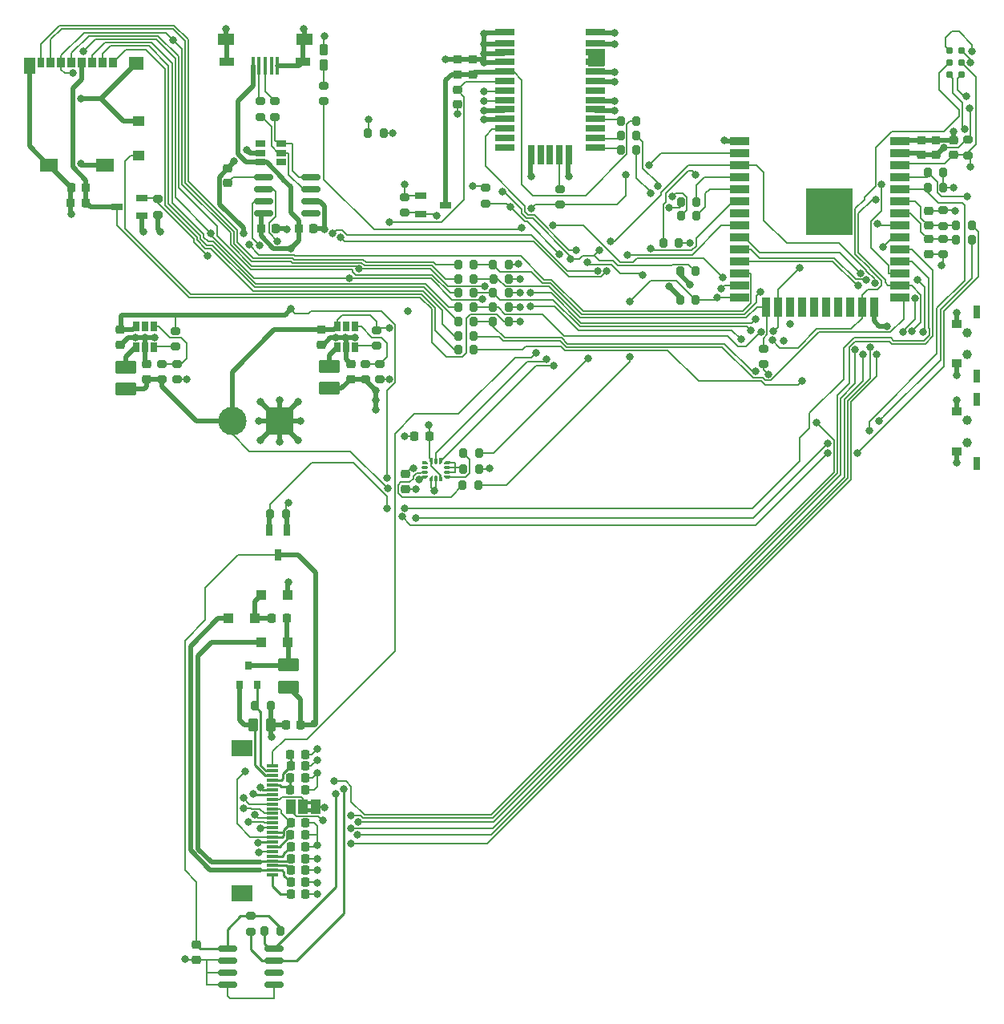
<source format=gbr>
%TF.GenerationSoftware,KiCad,Pcbnew,(5.99.0-8534-g3fcd0860c1)*%
%TF.CreationDate,2021-03-04T23:40:15+01:00*%
%TF.ProjectId,Navi_2_0,4e617669-5f32-45f3-902e-6b696361645f,rev?*%
%TF.SameCoordinates,Original*%
%TF.FileFunction,Copper,L4,Bot*%
%TF.FilePolarity,Positive*%
%FSLAX46Y46*%
G04 Gerber Fmt 4.6, Leading zero omitted, Abs format (unit mm)*
G04 Created by KiCad (PCBNEW (5.99.0-8534-g3fcd0860c1)) date 2021-03-04 23:40:15*
%MOMM*%
%LPD*%
G01*
G04 APERTURE LIST*
G04 Aperture macros list*
%AMRoundRect*
0 Rectangle with rounded corners*
0 $1 Rounding radius*
0 $2 $3 $4 $5 $6 $7 $8 $9 X,Y pos of 4 corners*
0 Add a 4 corners polygon primitive as box body*
4,1,4,$2,$3,$4,$5,$6,$7,$8,$9,$2,$3,0*
0 Add four circle primitives for the rounded corners*
1,1,$1+$1,$2,$3*
1,1,$1+$1,$4,$5*
1,1,$1+$1,$6,$7*
1,1,$1+$1,$8,$9*
0 Add four rect primitives between the rounded corners*
20,1,$1+$1,$2,$3,$4,$5,0*
20,1,$1+$1,$4,$5,$6,$7,0*
20,1,$1+$1,$6,$7,$8,$9,0*
20,1,$1+$1,$8,$9,$2,$3,0*%
G04 Aperture macros list end*
%TA.AperFunction,ConnectorPad*%
%ADD10C,0.787400*%
%TD*%
%TA.AperFunction,SMDPad,CuDef*%
%ADD11RoundRect,0.200000X-0.200000X-0.275000X0.200000X-0.275000X0.200000X0.275000X-0.200000X0.275000X0*%
%TD*%
%TA.AperFunction,SMDPad,CuDef*%
%ADD12RoundRect,0.225000X-0.250000X0.225000X-0.250000X-0.225000X0.250000X-0.225000X0.250000X0.225000X0*%
%TD*%
%TA.AperFunction,SMDPad,CuDef*%
%ADD13RoundRect,0.225000X0.250000X-0.225000X0.250000X0.225000X-0.250000X0.225000X-0.250000X-0.225000X0*%
%TD*%
%TA.AperFunction,SMDPad,CuDef*%
%ADD14RoundRect,0.225000X-0.225000X-0.250000X0.225000X-0.250000X0.225000X0.250000X-0.225000X0.250000X0*%
%TD*%
%TA.AperFunction,SMDPad,CuDef*%
%ADD15RoundRect,0.212500X-0.212500X0.400000X-0.212500X-0.400000X0.212500X-0.400000X0.212500X0.400000X0*%
%TD*%
%TA.AperFunction,SMDPad,CuDef*%
%ADD16RoundRect,0.250000X-0.850000X0.462500X-0.850000X-0.462500X0.850000X-0.462500X0.850000X0.462500X0*%
%TD*%
%TA.AperFunction,SMDPad,CuDef*%
%ADD17R,1.220000X0.650000*%
%TD*%
%TA.AperFunction,SMDPad,CuDef*%
%ADD18RoundRect,0.200000X0.275000X-0.200000X0.275000X0.200000X-0.275000X0.200000X-0.275000X-0.200000X0*%
%TD*%
%TA.AperFunction,SMDPad,CuDef*%
%ADD19RoundRect,0.200000X-0.275000X0.200000X-0.275000X-0.200000X0.275000X-0.200000X0.275000X0.200000X0*%
%TD*%
%TA.AperFunction,SMDPad,CuDef*%
%ADD20RoundRect,0.200000X0.200000X0.275000X-0.200000X0.275000X-0.200000X-0.275000X0.200000X-0.275000X0*%
%TD*%
%TA.AperFunction,WasherPad*%
%ADD21C,1.000000*%
%TD*%
%TA.AperFunction,SMDPad,CuDef*%
%ADD22R,1.000000X0.900000*%
%TD*%
%TA.AperFunction,SMDPad,CuDef*%
%ADD23R,0.800000X1.450000*%
%TD*%
%TA.AperFunction,SMDPad,CuDef*%
%ADD24R,0.650000X1.060000*%
%TD*%
%TA.AperFunction,SMDPad,CuDef*%
%ADD25R,2.000000X0.900000*%
%TD*%
%TA.AperFunction,SMDPad,CuDef*%
%ADD26R,0.900000X2.000000*%
%TD*%
%TA.AperFunction,SMDPad,CuDef*%
%ADD27R,5.000000X5.000000*%
%TD*%
%TA.AperFunction,SMDPad,CuDef*%
%ADD28RoundRect,0.087500X0.225000X0.087500X-0.225000X0.087500X-0.225000X-0.087500X0.225000X-0.087500X0*%
%TD*%
%TA.AperFunction,SMDPad,CuDef*%
%ADD29RoundRect,0.087500X0.087500X0.225000X-0.087500X0.225000X-0.087500X-0.225000X0.087500X-0.225000X0*%
%TD*%
%TA.AperFunction,SMDPad,CuDef*%
%ADD30C,3.000000*%
%TD*%
%TA.AperFunction,SMDPad,CuDef*%
%ADD31R,3.000000X3.000000*%
%TD*%
%TA.AperFunction,SMDPad,CuDef*%
%ADD32RoundRect,0.225000X0.225000X0.250000X-0.225000X0.250000X-0.225000X-0.250000X0.225000X-0.250000X0*%
%TD*%
%TA.AperFunction,SMDPad,CuDef*%
%ADD33R,1.100000X1.100000*%
%TD*%
%TA.AperFunction,SMDPad,CuDef*%
%ADD34R,1.300000X0.300000*%
%TD*%
%TA.AperFunction,SMDPad,CuDef*%
%ADD35R,2.200000X1.800000*%
%TD*%
%TA.AperFunction,SMDPad,CuDef*%
%ADD36R,0.650000X1.220000*%
%TD*%
%TA.AperFunction,SMDPad,CuDef*%
%ADD37R,1.000000X1.500000*%
%TD*%
%TA.AperFunction,SMDPad,CuDef*%
%ADD38R,0.800000X0.900000*%
%TD*%
%TA.AperFunction,SMDPad,CuDef*%
%ADD39RoundRect,0.250000X0.850000X-0.462500X0.850000X0.462500X-0.850000X0.462500X-0.850000X-0.462500X0*%
%TD*%
%TA.AperFunction,SMDPad,CuDef*%
%ADD40RoundRect,0.249998X-0.262502X-0.450002X0.262502X-0.450002X0.262502X0.450002X-0.262502X0.450002X0*%
%TD*%
%TA.AperFunction,SMDPad,CuDef*%
%ADD41RoundRect,0.150000X0.825000X0.150000X-0.825000X0.150000X-0.825000X-0.150000X0.825000X-0.150000X0*%
%TD*%
%TA.AperFunction,SMDPad,CuDef*%
%ADD42R,1.060000X0.650000*%
%TD*%
%TA.AperFunction,SMDPad,CuDef*%
%ADD43R,0.850000X1.100000*%
%TD*%
%TA.AperFunction,SMDPad,CuDef*%
%ADD44R,0.750000X1.100000*%
%TD*%
%TA.AperFunction,SMDPad,CuDef*%
%ADD45R,1.200000X1.000000*%
%TD*%
%TA.AperFunction,SMDPad,CuDef*%
%ADD46R,1.170000X1.800000*%
%TD*%
%TA.AperFunction,SMDPad,CuDef*%
%ADD47R,1.900000X1.350000*%
%TD*%
%TA.AperFunction,SMDPad,CuDef*%
%ADD48R,1.550000X1.350000*%
%TD*%
%TA.AperFunction,SMDPad,CuDef*%
%ADD49R,0.400000X1.850000*%
%TD*%
%TA.AperFunction,SMDPad,CuDef*%
%ADD50R,1.690000X1.300000*%
%TD*%
%TA.AperFunction,SMDPad,CuDef*%
%ADD51R,1.650000X0.900000*%
%TD*%
%TA.AperFunction,SMDPad,CuDef*%
%ADD52R,2.150000X0.700000*%
%TD*%
%TA.AperFunction,SMDPad,CuDef*%
%ADD53R,0.700000X2.150000*%
%TD*%
%TA.AperFunction,ViaPad*%
%ADD54C,0.800000*%
%TD*%
%TA.AperFunction,Conductor*%
%ADD55C,0.200000*%
%TD*%
%TA.AperFunction,Conductor*%
%ADD56C,0.250000*%
%TD*%
%TA.AperFunction,Conductor*%
%ADD57C,0.500000*%
%TD*%
G04 APERTURE END LIST*
%TO.C,JP1*%
G36*
X69600000Y-114300000D02*
G01*
X69100000Y-114300000D01*
X69100000Y-113900000D01*
X69600000Y-113900000D01*
X69600000Y-114300000D01*
G37*
G36*
X69600000Y-113500000D02*
G01*
X69100000Y-113500000D01*
X69100000Y-113100000D01*
X69600000Y-113100000D01*
X69600000Y-113500000D01*
G37*
%TD*%
D10*
%TO.P,J23,6,Pin_6*%
%TO.N,JTAG_TDO*%
X136999000Y-36430000D03*
%TO.P,J23,5,Pin_5*%
%TO.N,GND*%
X138269000Y-36430000D03*
%TO.P,J23,4,Pin_4*%
%TO.N,JTAG_TCK*%
X136999000Y-35160000D03*
%TO.P,J23,3,Pin_3*%
%TO.N,ESP_~RST*%
X138269000Y-35160000D03*
%TO.P,J23,2,Pin_2*%
%TO.N,JTAG_TMS*%
X136999000Y-33890000D03*
%TO.P,J23,1,Pin_1*%
%TO.N,+3V3*%
X138269000Y-33890000D03*
%TD*%
D11*
%TO.P,R50,2*%
%TO.N,+3V3*%
X108425000Y-54200000D03*
%TO.P,R50,1*%
%TO.N,IO27*%
X106775000Y-54200000D03*
%TD*%
%TO.P,R49,2*%
%TO.N,G_INT2*%
X87225000Y-79800000D03*
%TO.P,R49,1*%
%TO.N,Net-(U6-Pad9)*%
X85575000Y-79800000D03*
%TD*%
%TO.P,R48,2*%
%TO.N,G_INT1*%
X87275000Y-76400000D03*
%TO.P,R48,1*%
%TO.N,Net-(U6-Pad4)*%
X85625000Y-76400000D03*
%TD*%
D12*
%TO.P,C1,1*%
%TO.N,+5V*%
X49400000Y-63375000D03*
%TO.P,C1,2*%
%TO.N,GND*%
X49400000Y-64925000D03*
%TD*%
%TO.P,C2,1*%
%TO.N,+BATT*%
X70600000Y-63375000D03*
%TO.P,C2,2*%
%TO.N,GND*%
X70600000Y-64925000D03*
%TD*%
D13*
%TO.P,C10,1*%
%TO.N,+BATT*%
X52200000Y-68575000D03*
%TO.P,C10,2*%
%TO.N,GND*%
X52200000Y-67025000D03*
%TD*%
%TO.P,C11,1*%
%TO.N,+3V3*%
X73750000Y-68575000D03*
%TO.P,C11,2*%
%TO.N,GND*%
X73750000Y-67025000D03*
%TD*%
D12*
%TO.P,C14,1*%
%TO.N,+3V3*%
X79500000Y-78625000D03*
%TO.P,C14,2*%
%TO.N,GND*%
X79500000Y-80175000D03*
%TD*%
D14*
%TO.P,C15,1*%
%TO.N,GND*%
X80475000Y-74650000D03*
%TO.P,C15,2*%
%TO.N,+3V3*%
X82025000Y-74650000D03*
%TD*%
D15*
%TO.P,D2,1,K*%
%TO.N,GND*%
X70900000Y-33775000D03*
%TO.P,D2,2,A*%
%TO.N,Net-(D2-Pad2)*%
X70900000Y-35400000D03*
%TD*%
D16*
%TO.P,L1,1,1*%
%TO.N,Net-(L1-Pad1)*%
X50000000Y-67325000D03*
%TO.P,L1,2,2*%
%TO.N,+BATT*%
X50000000Y-69650000D03*
%TD*%
%TO.P,L2,1,1*%
%TO.N,Net-(L2-Pad1)*%
X71500000Y-67237500D03*
%TO.P,L2,2,2*%
%TO.N,+3V3*%
X71500000Y-69562500D03*
%TD*%
D17*
%TO.P,Q3,1,G*%
%TO.N,GPS_VCC_nEN*%
X81140000Y-51150000D03*
%TO.P,Q3,2,S*%
%TO.N,+3V3*%
X81140000Y-49250000D03*
%TO.P,Q3,3,D*%
%TO.N,GPS_SUPPLY*%
X83760000Y-50200000D03*
%TD*%
%TO.P,Q6,1,G*%
%TO.N,SD_VCC_nEN*%
X51660000Y-49450000D03*
%TO.P,Q6,2,S*%
%TO.N,+3V3*%
X51660000Y-51350000D03*
%TO.P,Q6,3,D*%
%TO.N,Net-(C18-Pad1)*%
X49040000Y-50400000D03*
%TD*%
D18*
%TO.P,R2,1*%
%TO.N,Net-(R2-Pad1)*%
X55250000Y-65150000D03*
%TO.P,R2,2*%
%TO.N,+5V*%
X55250000Y-63500000D03*
%TD*%
%TO.P,R3,1*%
%TO.N,Net-(R3-Pad1)*%
X76500000Y-65050000D03*
%TO.P,R3,2*%
%TO.N,+BATT*%
X76500000Y-63400000D03*
%TD*%
%TO.P,R10,1*%
%TO.N,+BATT*%
X53750000Y-68625000D03*
%TO.P,R10,2*%
%TO.N,Net-(R10-Pad2)*%
X53750000Y-66975000D03*
%TD*%
%TO.P,R12,1*%
%TO.N,+3V3*%
X75250000Y-68625000D03*
%TO.P,R12,2*%
%TO.N,Net-(R12-Pad2)*%
X75250000Y-66975000D03*
%TD*%
D19*
%TO.P,R18,1*%
%TO.N,Net-(D2-Pad2)*%
X70900000Y-37575000D03*
%TO.P,R18,2*%
%TO.N,Net-(R18-Pad2)*%
X70900000Y-39225000D03*
%TD*%
D18*
%TO.P,R32,1*%
%TO.N,GPS_VCC_nEN*%
X79450000Y-51025000D03*
%TO.P,R32,2*%
%TO.N,+3V3*%
X79450000Y-49375000D03*
%TD*%
%TO.P,R33,1*%
%TO.N,+3V3*%
X53350000Y-51225000D03*
%TO.P,R33,2*%
%TO.N,SD_VCC_nEN*%
X53350000Y-49575000D03*
%TD*%
D20*
%TO.P,R34,1*%
%TO.N,GND*%
X87275000Y-78050000D03*
%TO.P,R34,2*%
%TO.N,Net-(R34-Pad2)*%
X85625000Y-78050000D03*
%TD*%
D21*
%TO.P,SW1,*%
%TO.N,*%
X138850000Y-72950000D03*
X138850000Y-75250000D03*
D22*
%TO.P,SW1,1,1*%
%TO.N,GND*%
X137800000Y-76200000D03*
%TO.P,SW1,2,2*%
%TO.N,ESP_~RST*%
X137800000Y-72000000D03*
D23*
%TO.P,SW1,PAD*%
%TO.N,N/C*%
X139850000Y-77475000D03*
X139850000Y-70730000D03*
%TD*%
D21*
%TO.P,SW2,*%
%TO.N,*%
X138850000Y-66000000D03*
X138850000Y-63700000D03*
D22*
%TO.P,SW2,1,1*%
%TO.N,GND*%
X137800000Y-66950000D03*
%TO.P,SW2,2,2*%
%TO.N,G_INT2*%
X137800000Y-62750000D03*
D23*
%TO.P,SW2,PAD*%
%TO.N,N/C*%
X139850000Y-68225000D03*
X139850000Y-61480000D03*
%TD*%
D24*
%TO.P,U1,1,EN*%
%TO.N,Net-(R2-Pad1)*%
X52950000Y-65250000D03*
%TO.P,U1,2,GND*%
%TO.N,GND*%
X52000000Y-65250000D03*
%TO.P,U1,3,SW*%
%TO.N,Net-(L1-Pad1)*%
X51050000Y-65250000D03*
%TO.P,U1,4,IN*%
%TO.N,+5V*%
X51050000Y-63050000D03*
%TO.P,U1,5,NC*%
%TO.N,no_connect_(U1-Pad5)*%
X52000000Y-63050000D03*
%TO.P,U1,6,FB*%
%TO.N,Net-(R10-Pad2)*%
X52950000Y-63050000D03*
%TD*%
%TO.P,U2,1,EN*%
%TO.N,Net-(R3-Pad1)*%
X74200000Y-65250000D03*
%TO.P,U2,2,GND*%
%TO.N,GND*%
X73250000Y-65250000D03*
%TO.P,U2,3,SW*%
%TO.N,Net-(L2-Pad1)*%
X72300000Y-65250000D03*
%TO.P,U2,4,IN*%
%TO.N,+BATT*%
X72300000Y-63050000D03*
%TO.P,U2,5,NC*%
%TO.N,no_connect_(U2-Pad5)*%
X73250000Y-63050000D03*
%TO.P,U2,6,FB*%
%TO.N,Net-(R12-Pad2)*%
X74200000Y-63050000D03*
%TD*%
D25*
%TO.P,U3,1,GND*%
%TO.N,GND*%
X131800000Y-43445000D03*
%TO.P,U3,2,VDD*%
%TO.N,+3V3*%
X131800000Y-44715000D03*
%TO.P,U3,3,EN*%
%TO.N,ESP_~RST*%
X131800000Y-45985000D03*
%TO.P,U3,4,SENSOR_VP*%
%TO.N,SD_nDET*%
X131800000Y-47255000D03*
%TO.P,U3,5,SENSOR_VN*%
%TO.N,EINK_STATE*%
X131800000Y-48525000D03*
%TO.P,U3,6,IO34*%
%TO.N,VBAT_ADC*%
X131800000Y-49795000D03*
%TO.P,U3,7,IO35*%
%TO.N,VIN_ADC*%
X131800000Y-51065000D03*
%TO.P,U3,8,IO32*%
%TO.N,GPS_VCC_nEN*%
X131800000Y-52335000D03*
%TO.P,U3,9,IO33*%
%TO.N,Net-(R18-Pad2)*%
X131800000Y-53605000D03*
%TO.P,U3,10,IO25*%
%TO.N,EINK_DC*%
X131800000Y-54875000D03*
%TO.P,U3,11,IO26*%
%TO.N,EINK_VCC_~EN*%
X131800000Y-56145000D03*
%TO.P,U3,12,IO27*%
%TO.N,IO27*%
X131800000Y-57415000D03*
%TO.P,U3,13,IO14*%
%TO.N,JTAG_TMS*%
X131800000Y-58685000D03*
%TO.P,U3,14,IO12*%
%TO.N,SD_DAT2*%
X131800000Y-59955000D03*
D26*
%TO.P,U3,15,GND*%
%TO.N,GND*%
X129015000Y-60955000D03*
%TO.P,U3,16,IO13*%
%TO.N,JTAG_TCK*%
X127745000Y-60955000D03*
%TO.P,U3,17,SHD/SD2*%
%TO.N,no_connect_(U3-Pad17)*%
X126475000Y-60955000D03*
%TO.P,U3,18,SWP/SD3*%
%TO.N,no_connect_(U3-Pad18)*%
X125205000Y-60955000D03*
%TO.P,U3,19,SCS/CMD*%
%TO.N,no_connect_(U3-Pad19)*%
X123935000Y-60955000D03*
%TO.P,U3,20,SCK/CLK*%
%TO.N,no_connect_(U3-Pad20)*%
X122665000Y-60955000D03*
%TO.P,U3,21,SDO/SD0*%
%TO.N,no_connect_(U3-Pad21)*%
X121395000Y-60955000D03*
%TO.P,U3,22,SDI/SD1*%
%TO.N,no_connect_(U3-Pad22)*%
X120125000Y-60955000D03*
%TO.P,U3,23,IO15*%
%TO.N,JTAG_TDO*%
X118855000Y-60955000D03*
%TO.P,U3,24,IO2*%
%TO.N,SD_DAT0*%
X117585000Y-60955000D03*
D25*
%TO.P,U3,25,IO0*%
%TO.N,G_INT2*%
X114800000Y-59955000D03*
%TO.P,U3,26,IO4*%
%TO.N,SD_DAT1*%
X114800000Y-58685000D03*
%TO.P,U3,27,IO16*%
%TO.N,SD_VCC_nEN*%
X114800000Y-57415000D03*
%TO.P,U3,28,IO17*%
%TO.N,EINK_SPI_MOSI*%
X114800000Y-56145000D03*
%TO.P,U3,29,IO5*%
%TO.N,EINK_~CS*%
X114800000Y-54875000D03*
%TO.P,U3,30,IO18*%
%TO.N,EINK_SPI_CLK*%
X114800000Y-53605000D03*
%TO.P,U3,31,IO19*%
%TO.N,G_INT1*%
X114800000Y-52335000D03*
%TO.P,U3,32,NC*%
%TO.N,no_connect_(U3-Pad32)*%
X114800000Y-51065000D03*
%TO.P,U3,33,IO21*%
%TO.N,I2C_DAT*%
X114800000Y-49795000D03*
%TO.P,U3,34,RXD0/IO3*%
%TO.N,Net-(R20-Pad1)*%
X114800000Y-48525000D03*
%TO.P,U3,35,TXD0/IO1*%
%TO.N,Net-(R19-Pad1)*%
X114800000Y-47255000D03*
%TO.P,U3,36,IO22*%
%TO.N,EINK_SPI_MISO*%
X114800000Y-45985000D03*
%TO.P,U3,37,IO23*%
%TO.N,EINK_EEPROM_~EN*%
X114800000Y-44715000D03*
%TO.P,U3,38,GND*%
%TO.N,GND*%
X114800000Y-43445000D03*
D27*
%TO.P,U3,39,GND*%
X124300000Y-50945000D03*
%TD*%
%TA.AperFunction,SMDPad,CuDef*%
%TO.P,U6,1,SDO/SA0*%
%TO.N,Net-(R34-Pad2)*%
G36*
X83665258Y-77573282D02*
G01*
X83661976Y-77573861D01*
X83659090Y-77572195D01*
X83649348Y-77570477D01*
X83634421Y-77557951D01*
X83617547Y-77548209D01*
X83615233Y-77541850D01*
X83610048Y-77537500D01*
X83606664Y-77518309D01*
X83600000Y-77500000D01*
X83600000Y-77481066D01*
X83600809Y-77476480D01*
X83600286Y-77474529D01*
X83601680Y-77471540D01*
X83604523Y-77455414D01*
X83615048Y-77442871D01*
X83621967Y-77428033D01*
X83828033Y-77221967D01*
X83831847Y-77219297D01*
X83832857Y-77217547D01*
X83835957Y-77216419D01*
X83849370Y-77207027D01*
X83865681Y-77205600D01*
X83881066Y-77200000D01*
X84150000Y-77200000D01*
X84159742Y-77201718D01*
X84163024Y-77201139D01*
X84165910Y-77202805D01*
X84175652Y-77204523D01*
X84190579Y-77217049D01*
X84207453Y-77226791D01*
X84209767Y-77233150D01*
X84214952Y-77237500D01*
X84218336Y-77256691D01*
X84225000Y-77275000D01*
X84225000Y-77500000D01*
X84223282Y-77509742D01*
X84223861Y-77513024D01*
X84222195Y-77515910D01*
X84220477Y-77525652D01*
X84207951Y-77540579D01*
X84198209Y-77557453D01*
X84191850Y-77559767D01*
X84187500Y-77564952D01*
X84168309Y-77568336D01*
X84150000Y-77575000D01*
X83675000Y-77575000D01*
X83665258Y-77573282D01*
G37*
%TD.AperFunction*%
D28*
%TO.P,U6,2,SDX*%
X83912500Y-77900000D03*
%TO.P,U6,3,SCX*%
X83912500Y-78400000D03*
%TA.AperFunction,SMDPad,CuDef*%
%TO.P,U6,4,INT1*%
%TO.N,Net-(U6-Pad4)*%
G36*
X83876480Y-79099191D02*
G01*
X83874530Y-79099714D01*
X83871542Y-79098321D01*
X83855414Y-79095477D01*
X83842870Y-79084951D01*
X83828033Y-79078033D01*
X83621967Y-78871967D01*
X83619297Y-78868153D01*
X83617547Y-78867143D01*
X83616419Y-78864043D01*
X83607027Y-78850630D01*
X83605600Y-78834320D01*
X83600000Y-78818934D01*
X83600000Y-78800000D01*
X83601718Y-78790258D01*
X83601139Y-78786976D01*
X83602805Y-78784090D01*
X83604523Y-78774348D01*
X83617049Y-78759421D01*
X83626791Y-78742547D01*
X83633150Y-78740233D01*
X83637500Y-78735048D01*
X83656691Y-78731664D01*
X83675000Y-78725000D01*
X84150000Y-78725000D01*
X84159742Y-78726718D01*
X84163024Y-78726139D01*
X84165910Y-78727805D01*
X84175652Y-78729523D01*
X84190579Y-78742049D01*
X84207453Y-78751791D01*
X84209767Y-78758150D01*
X84214952Y-78762500D01*
X84218336Y-78781691D01*
X84225000Y-78800000D01*
X84225000Y-79025000D01*
X84223282Y-79034742D01*
X84223861Y-79038024D01*
X84222195Y-79040910D01*
X84220477Y-79050652D01*
X84207951Y-79065579D01*
X84198209Y-79082453D01*
X84191850Y-79084767D01*
X84187500Y-79089952D01*
X84168309Y-79093336D01*
X84150000Y-79100000D01*
X83881066Y-79100000D01*
X83876480Y-79099191D01*
G37*
%TD.AperFunction*%
%TA.AperFunction,SMDPad,CuDef*%
%TO.P,U6,5,VDDIO*%
%TO.N,+3V3*%
G36*
X83140258Y-79373282D02*
G01*
X83136976Y-79373861D01*
X83134090Y-79372195D01*
X83124348Y-79370477D01*
X83109421Y-79357951D01*
X83092547Y-79348209D01*
X83090233Y-79341850D01*
X83085048Y-79337500D01*
X83081664Y-79318309D01*
X83075000Y-79300000D01*
X83075000Y-78825000D01*
X83076718Y-78815258D01*
X83076139Y-78811976D01*
X83077805Y-78809090D01*
X83079523Y-78799348D01*
X83092049Y-78784421D01*
X83101791Y-78767547D01*
X83108150Y-78765233D01*
X83112500Y-78760048D01*
X83131691Y-78756664D01*
X83150000Y-78750000D01*
X83168934Y-78750000D01*
X83173520Y-78750809D01*
X83175471Y-78750286D01*
X83178460Y-78751680D01*
X83194586Y-78754523D01*
X83207129Y-78765048D01*
X83221967Y-78771967D01*
X83428033Y-78978033D01*
X83430703Y-78981847D01*
X83432453Y-78982857D01*
X83433581Y-78985957D01*
X83442973Y-78999370D01*
X83444400Y-79015681D01*
X83450000Y-79031066D01*
X83450000Y-79300000D01*
X83448282Y-79309742D01*
X83448861Y-79313024D01*
X83447195Y-79315910D01*
X83445477Y-79325652D01*
X83432951Y-79340579D01*
X83423209Y-79357453D01*
X83416850Y-79359767D01*
X83412500Y-79364952D01*
X83393309Y-79368336D01*
X83375000Y-79375000D01*
X83150000Y-79375000D01*
X83140258Y-79373282D01*
G37*
%TD.AperFunction*%
D29*
%TO.P,U6,6,GND*%
%TO.N,GND*%
X82750000Y-79062500D03*
%TA.AperFunction,SMDPad,CuDef*%
%TO.P,U6,7,GND*%
G36*
X82115258Y-79373282D02*
G01*
X82111976Y-79373861D01*
X82109090Y-79372195D01*
X82099348Y-79370477D01*
X82084421Y-79357951D01*
X82067547Y-79348209D01*
X82065233Y-79341850D01*
X82060048Y-79337500D01*
X82056664Y-79318309D01*
X82050000Y-79300000D01*
X82050000Y-79031066D01*
X82050809Y-79026480D01*
X82050286Y-79024529D01*
X82051680Y-79021540D01*
X82054523Y-79005414D01*
X82065048Y-78992871D01*
X82071967Y-78978033D01*
X82278033Y-78771967D01*
X82281847Y-78769297D01*
X82282857Y-78767547D01*
X82285957Y-78766419D01*
X82299370Y-78757027D01*
X82315681Y-78755600D01*
X82331066Y-78750000D01*
X82350000Y-78750000D01*
X82359742Y-78751718D01*
X82363024Y-78751139D01*
X82365910Y-78752805D01*
X82375652Y-78754523D01*
X82390579Y-78767049D01*
X82407453Y-78776791D01*
X82409767Y-78783150D01*
X82414952Y-78787500D01*
X82418336Y-78806691D01*
X82425000Y-78825000D01*
X82425000Y-79300000D01*
X82423282Y-79309742D01*
X82423861Y-79313024D01*
X82422195Y-79315910D01*
X82420477Y-79325652D01*
X82407951Y-79340579D01*
X82398209Y-79357453D01*
X82391850Y-79359767D01*
X82387500Y-79364952D01*
X82368309Y-79368336D01*
X82350000Y-79375000D01*
X82125000Y-79375000D01*
X82115258Y-79373282D01*
G37*
%TD.AperFunction*%
%TA.AperFunction,SMDPad,CuDef*%
%TO.P,U6,8,VDD*%
%TO.N,+3V3*%
G36*
X81340258Y-79098282D02*
G01*
X81336976Y-79098861D01*
X81334090Y-79097195D01*
X81324348Y-79095477D01*
X81309421Y-79082951D01*
X81292547Y-79073209D01*
X81290233Y-79066850D01*
X81285048Y-79062500D01*
X81281664Y-79043309D01*
X81275000Y-79025000D01*
X81275000Y-78800000D01*
X81276718Y-78790258D01*
X81276139Y-78786976D01*
X81277805Y-78784090D01*
X81279523Y-78774348D01*
X81292049Y-78759421D01*
X81301791Y-78742547D01*
X81308150Y-78740233D01*
X81312500Y-78735048D01*
X81331691Y-78731664D01*
X81350000Y-78725000D01*
X81825000Y-78725000D01*
X81834742Y-78726718D01*
X81838024Y-78726139D01*
X81840910Y-78727805D01*
X81850652Y-78729523D01*
X81865579Y-78742049D01*
X81882453Y-78751791D01*
X81884767Y-78758150D01*
X81889952Y-78762500D01*
X81893336Y-78781691D01*
X81900000Y-78800000D01*
X81900000Y-78818934D01*
X81899191Y-78823520D01*
X81899714Y-78825470D01*
X81898321Y-78828458D01*
X81895477Y-78844586D01*
X81884951Y-78857130D01*
X81878033Y-78871967D01*
X81671967Y-79078033D01*
X81668153Y-79080703D01*
X81667143Y-79082453D01*
X81664043Y-79083581D01*
X81650630Y-79092973D01*
X81634320Y-79094400D01*
X81618934Y-79100000D01*
X81350000Y-79100000D01*
X81340258Y-79098282D01*
G37*
%TD.AperFunction*%
D28*
%TO.P,U6,9,INT2*%
%TO.N,Net-(U6-Pad9)*%
X81587500Y-78400000D03*
%TO.P,U6,10,NC*%
%TO.N,no_connect_(U6-Pad10)*%
X81587500Y-77900000D03*
%TA.AperFunction,SMDPad,CuDef*%
%TO.P,U6,11,NC*%
%TO.N,no_connect_(U6-Pad11)*%
G36*
X81340258Y-77573282D02*
G01*
X81336976Y-77573861D01*
X81334090Y-77572195D01*
X81324348Y-77570477D01*
X81309421Y-77557951D01*
X81292547Y-77548209D01*
X81290233Y-77541850D01*
X81285048Y-77537500D01*
X81281664Y-77518309D01*
X81275000Y-77500000D01*
X81275000Y-77275000D01*
X81276718Y-77265258D01*
X81276139Y-77261976D01*
X81277805Y-77259090D01*
X81279523Y-77249348D01*
X81292049Y-77234421D01*
X81301791Y-77217547D01*
X81308150Y-77215233D01*
X81312500Y-77210048D01*
X81331691Y-77206664D01*
X81350000Y-77200000D01*
X81618934Y-77200000D01*
X81623520Y-77200809D01*
X81625471Y-77200286D01*
X81628460Y-77201680D01*
X81644586Y-77204523D01*
X81657129Y-77215048D01*
X81671967Y-77221967D01*
X81878033Y-77428033D01*
X81880703Y-77431847D01*
X81882453Y-77432857D01*
X81883581Y-77435957D01*
X81892973Y-77449370D01*
X81894400Y-77465681D01*
X81900000Y-77481066D01*
X81900000Y-77500000D01*
X81898282Y-77509742D01*
X81898861Y-77513024D01*
X81897195Y-77515910D01*
X81895477Y-77525652D01*
X81882951Y-77540579D01*
X81873209Y-77557453D01*
X81866850Y-77559767D01*
X81862500Y-77564952D01*
X81843309Y-77568336D01*
X81825000Y-77575000D01*
X81350000Y-77575000D01*
X81340258Y-77573282D01*
G37*
%TD.AperFunction*%
%TA.AperFunction,SMDPad,CuDef*%
%TO.P,U6,12,CS*%
%TO.N,+3V3*%
G36*
X82326480Y-77549191D02*
G01*
X82324530Y-77549714D01*
X82321542Y-77548321D01*
X82305414Y-77545477D01*
X82292870Y-77534951D01*
X82278033Y-77528033D01*
X82071967Y-77321967D01*
X82069297Y-77318153D01*
X82067547Y-77317143D01*
X82066419Y-77314043D01*
X82057027Y-77300630D01*
X82055600Y-77284320D01*
X82050000Y-77268934D01*
X82050000Y-77000000D01*
X82051718Y-76990258D01*
X82051139Y-76986976D01*
X82052805Y-76984090D01*
X82054523Y-76974348D01*
X82067049Y-76959421D01*
X82076791Y-76942547D01*
X82083150Y-76940233D01*
X82087500Y-76935048D01*
X82106691Y-76931664D01*
X82125000Y-76925000D01*
X82350000Y-76925000D01*
X82359742Y-76926718D01*
X82363024Y-76926139D01*
X82365910Y-76927805D01*
X82375652Y-76929523D01*
X82390579Y-76942049D01*
X82407453Y-76951791D01*
X82409767Y-76958150D01*
X82414952Y-76962500D01*
X82418336Y-76981691D01*
X82425000Y-77000000D01*
X82425000Y-77475000D01*
X82423282Y-77484742D01*
X82423861Y-77488024D01*
X82422195Y-77490910D01*
X82420477Y-77500652D01*
X82407951Y-77515579D01*
X82398209Y-77532453D01*
X82391850Y-77534767D01*
X82387500Y-77539952D01*
X82368309Y-77543336D01*
X82350000Y-77550000D01*
X82331066Y-77550000D01*
X82326480Y-77549191D01*
G37*
%TD.AperFunction*%
D29*
%TO.P,U6,13,SCL*%
%TO.N,EINK_SPI_MISO*%
X82750000Y-77237500D03*
%TA.AperFunction,SMDPad,CuDef*%
%TO.P,U6,14,SDA*%
%TO.N,I2C_DAT*%
G36*
X83140258Y-77548282D02*
G01*
X83136976Y-77548861D01*
X83134090Y-77547195D01*
X83124348Y-77545477D01*
X83109421Y-77532951D01*
X83092547Y-77523209D01*
X83090233Y-77516850D01*
X83085048Y-77512500D01*
X83081664Y-77493309D01*
X83075000Y-77475000D01*
X83075000Y-77000000D01*
X83076718Y-76990258D01*
X83076139Y-76986976D01*
X83077805Y-76984090D01*
X83079523Y-76974348D01*
X83092049Y-76959421D01*
X83101791Y-76942547D01*
X83108150Y-76940233D01*
X83112500Y-76935048D01*
X83131691Y-76931664D01*
X83150000Y-76925000D01*
X83375000Y-76925000D01*
X83384742Y-76926718D01*
X83388024Y-76926139D01*
X83390910Y-76927805D01*
X83400652Y-76929523D01*
X83415579Y-76942049D01*
X83432453Y-76951791D01*
X83434767Y-76958150D01*
X83439952Y-76962500D01*
X83443336Y-76981691D01*
X83450000Y-77000000D01*
X83450000Y-77268934D01*
X83449191Y-77273520D01*
X83449714Y-77275470D01*
X83448321Y-77278458D01*
X83445477Y-77294586D01*
X83434951Y-77307130D01*
X83428033Y-77321967D01*
X83221967Y-77528033D01*
X83218153Y-77530703D01*
X83217143Y-77532453D01*
X83214043Y-77533581D01*
X83200630Y-77542973D01*
X83184320Y-77544400D01*
X83168934Y-77550000D01*
X83150000Y-77550000D01*
X83140258Y-77548282D01*
G37*
%TD.AperFunction*%
%TD*%
D30*
%TO.P,J9,1,Pin_1*%
%TO.N,+BATT*%
X61200000Y-73000000D03*
%TD*%
D31*
%TO.P,J10,1,Pin_1*%
%TO.N,GND*%
X66250000Y-73000000D03*
%TD*%
D13*
%TO.P,C3,1*%
%TO.N,+3V3*%
X135550000Y-44925000D03*
%TO.P,C3,2*%
%TO.N,GND*%
X135550000Y-43375000D03*
%TD*%
%TO.P,C4,1*%
%TO.N,ESP_~RST*%
X137400000Y-44900000D03*
%TO.P,C4,2*%
%TO.N,GND*%
X137400000Y-43350000D03*
%TD*%
D12*
%TO.P,C8,1*%
%TO.N,GND*%
X134800000Y-50825000D03*
%TO.P,C8,2*%
%TO.N,VBAT_ADC*%
X134800000Y-52375000D03*
%TD*%
D13*
%TO.P,C12,1*%
%TO.N,GND*%
X134800000Y-55375000D03*
%TO.P,C12,2*%
%TO.N,VIN_ADC*%
X134800000Y-53825000D03*
%TD*%
%TO.P,C5,1*%
%TO.N,+3V3*%
X134050000Y-44925000D03*
%TO.P,C5,2*%
%TO.N,GND*%
X134050000Y-43375000D03*
%TD*%
D11*
%TO.P,R6,1*%
%TO.N,SD_nDET*%
X134725000Y-46800000D03*
%TO.P,R6,2*%
%TO.N,+3V3*%
X136375000Y-46800000D03*
%TD*%
D18*
%TO.P,R1,1*%
%TO.N,ESP_~RST*%
X139000000Y-44975000D03*
%TO.P,R1,2*%
%TO.N,+3V3*%
X139000000Y-43325000D03*
%TD*%
%TO.P,R15,1*%
%TO.N,GND*%
X136300000Y-55425000D03*
%TO.P,R15,2*%
%TO.N,VIN_ADC*%
X136300000Y-53775000D03*
%TD*%
D11*
%TO.P,R21,1*%
%TO.N,+3V3*%
X108525000Y-57200000D03*
%TO.P,R21,2*%
%TO.N,EINK_SPI_MISO*%
X110175000Y-57200000D03*
%TD*%
D20*
%TO.P,R7,1*%
%TO.N,+3V3*%
X136375000Y-48400000D03*
%TO.P,R7,2*%
%TO.N,EINK_STATE*%
X134725000Y-48400000D03*
%TD*%
D18*
%TO.P,R26,1*%
%TO.N,EINK_EEPROM_~EN*%
X88000000Y-50025000D03*
%TO.P,R26,2*%
%TO.N,Net-(R26-Pad2)*%
X88000000Y-48375000D03*
%TD*%
D20*
%TO.P,R20,1*%
%TO.N,Net-(R20-Pad1)*%
X110275000Y-51350000D03*
%TO.P,R20,2*%
%TO.N,UART1_TX*%
X108625000Y-51350000D03*
%TD*%
%TO.P,R16,1*%
%TO.N,G_INT2*%
X110175000Y-60200000D03*
%TO.P,R16,2*%
%TO.N,+3V3*%
X108525000Y-60200000D03*
%TD*%
D11*
%TO.P,R8,1*%
%TO.N,VBAT_ADC*%
X137725000Y-52350000D03*
%TO.P,R8,2*%
%TO.N,+BATT*%
X139375000Y-52350000D03*
%TD*%
D19*
%TO.P,R9,1*%
%TO.N,GND*%
X136300000Y-50775000D03*
%TO.P,R9,2*%
%TO.N,VBAT_ADC*%
X136300000Y-52425000D03*
%TD*%
D20*
%TO.P,R19,1*%
%TO.N,Net-(R19-Pad1)*%
X110275000Y-49850000D03*
%TO.P,R19,2*%
%TO.N,UART1_RX*%
X108625000Y-49850000D03*
%TD*%
D11*
%TO.P,R14,1*%
%TO.N,VIN_ADC*%
X137725000Y-53850000D03*
%TO.P,R14,2*%
%TO.N,+5V*%
X139375000Y-53850000D03*
%TD*%
D18*
%TO.P,R17,1*%
%TO.N,GND*%
X117350000Y-67025000D03*
%TO.P,R17,2*%
%TO.N,SD_DAT0*%
X117350000Y-65375000D03*
%TD*%
D32*
%TO.P,C22,1*%
%TO.N,GND*%
X68950000Y-121700000D03*
%TO.P,C22,2*%
%TO.N,/PREVGL*%
X67400000Y-121700000D03*
%TD*%
%TO.P,C13,1*%
%TO.N,Net-(C13-Pad1)*%
X66975000Y-93850000D03*
%TO.P,C13,2*%
%TO.N,Net-(C13-Pad2)*%
X65425000Y-93850000D03*
%TD*%
%TO.P,C16,1*%
%TO.N,EINK_VCC*%
X68450000Y-105100000D03*
%TO.P,C16,2*%
%TO.N,GND*%
X66900000Y-105100000D03*
%TD*%
D12*
%TO.P,C17,1*%
%TO.N,EINK_VCC*%
X57450000Y-128325000D03*
%TO.P,C17,2*%
%TO.N,GND*%
X57450000Y-129875000D03*
%TD*%
D32*
%TO.P,C21,1*%
%TO.N,GND*%
X68950000Y-119200000D03*
%TO.P,C21,2*%
%TO.N,/PREVGH*%
X67400000Y-119200000D03*
%TD*%
D14*
%TO.P,C20,1*%
%TO.N,Net-(C20-Pad1)*%
X67375000Y-110700000D03*
%TO.P,C20,2*%
%TO.N,GND*%
X68925000Y-110700000D03*
%TD*%
D33*
%TO.P,D4,1,K*%
%TO.N,GND*%
X67100000Y-91350000D03*
%TO.P,D4,2,A*%
%TO.N,Net-(C13-Pad2)*%
X64300000Y-91350000D03*
%TD*%
D14*
%TO.P,C23,1*%
%TO.N,Net-(C23-Pad1)*%
X67375000Y-108200000D03*
%TO.P,C23,2*%
%TO.N,GND*%
X68925000Y-108200000D03*
%TD*%
%TO.P,C24,1*%
%TO.N,Net-(C23-Pad1)*%
X67400000Y-109450000D03*
%TO.P,C24,2*%
%TO.N,GND*%
X68950000Y-109450000D03*
%TD*%
%TO.P,C25,1*%
%TO.N,Net-(C20-Pad1)*%
X67350000Y-111950000D03*
%TO.P,C25,2*%
%TO.N,GND*%
X68900000Y-111950000D03*
%TD*%
%TO.P,C26,1*%
%TO.N,EINK_VCC*%
X67400000Y-115450000D03*
%TO.P,C26,2*%
%TO.N,GND*%
X68950000Y-115450000D03*
%TD*%
D32*
%TO.P,C27,1*%
%TO.N,GND*%
X68925000Y-116700000D03*
%TO.P,C27,2*%
%TO.N,Net-(C27-Pad2)*%
X67375000Y-116700000D03*
%TD*%
%TO.P,C28,1*%
%TO.N,GND*%
X68950000Y-117950000D03*
%TO.P,C28,2*%
%TO.N,Net-(C28-Pad2)*%
X67400000Y-117950000D03*
%TD*%
%TO.P,C29,1*%
%TO.N,GND*%
X68950000Y-120450000D03*
%TO.P,C29,2*%
%TO.N,Net-(C29-Pad2)*%
X67400000Y-120450000D03*
%TD*%
D33*
%TO.P,D3,1,K*%
%TO.N,Net-(C13-Pad2)*%
X63600000Y-93850000D03*
%TO.P,D3,2,A*%
%TO.N,/PREVGL*%
X60800000Y-93850000D03*
%TD*%
%TO.P,D5,1,K*%
%TO.N,/PREVGH*%
X64300000Y-96350000D03*
%TO.P,D5,2,A*%
%TO.N,Net-(C13-Pad1)*%
X67100000Y-96350000D03*
%TD*%
D34*
%TO.P,J2,1,Pin_1*%
%TO.N,Net-(C30-Pad2)*%
X65500000Y-120950000D03*
%TO.P,J2,2,Pin_2*%
%TO.N,/PREVGL*%
X65500000Y-120450000D03*
%TO.P,J2,3,Pin_3*%
%TO.N,Net-(C29-Pad2)*%
X65500000Y-119950000D03*
%TO.P,J2,4,Pin_4*%
%TO.N,/PREVGH*%
X65500000Y-119450000D03*
%TO.P,J2,5,Pin_5*%
%TO.N,Net-(C28-Pad2)*%
X65500000Y-118950000D03*
%TO.P,J2,6,Pin_6*%
%TO.N,EINK_SPI_MISO*%
X65500000Y-118450000D03*
%TO.P,J2,7,Pin_7*%
%TO.N,Net-(C27-Pad2)*%
X65500000Y-117950000D03*
%TO.P,J2,8,Pin_8*%
%TO.N,GND*%
X65500000Y-117450000D03*
%TO.P,J2,9,Pin_9*%
%TO.N,EINK_VCC*%
X65500000Y-116950000D03*
%TO.P,J2,10,Pin_10*%
X65500000Y-116450000D03*
%TO.P,J2,11,Pin_11*%
%TO.N,EINK_SPI_MOSI*%
X65500000Y-115950000D03*
%TO.P,J2,12,Pin_12*%
%TO.N,EINK_SPI_CLK*%
X65500000Y-115450000D03*
%TO.P,J2,13,Pin_13*%
%TO.N,EINK_~CS*%
X65500000Y-114950000D03*
%TO.P,J2,14,Pin_14*%
%TO.N,EINK_DC*%
X65500000Y-114450000D03*
%TO.P,J2,15,Pin_15*%
%TO.N,EINK_VCC*%
X65500000Y-113950000D03*
%TO.P,J2,16,Pin_16*%
%TO.N,EINK_STATE*%
X65500000Y-113450000D03*
%TO.P,J2,17,Pin_17*%
%TO.N,Net-(J2-Pad17)*%
X65500000Y-112950000D03*
%TO.P,J2,18,Pin_18*%
%TO.N,Net-(J2-Pad18)*%
X65500000Y-112450000D03*
%TO.P,J2,19,Pin_19*%
%TO.N,Net-(J2-Pad19)*%
X65500000Y-111950000D03*
%TO.P,J2,20,Pin_20*%
%TO.N,Net-(C20-Pad1)*%
X65500000Y-111450000D03*
%TO.P,J2,21,Pin_21*%
%TO.N,Net-(C23-Pad1)*%
X65500000Y-110950000D03*
%TO.P,J2,22,Pin_22*%
%TO.N,/RESE*%
X65500000Y-110450000D03*
%TO.P,J2,23,Pin_23*%
%TO.N,/GDR*%
X65500000Y-109950000D03*
%TO.P,J2,24,Pin_24*%
%TO.N,EINK_EEPROM_~EN*%
X65500000Y-109450000D03*
D35*
%TO.P,J2,MP*%
%TO.N,N/C*%
X62250000Y-107550000D03*
X62250000Y-122850000D03*
%TD*%
D32*
%TO.P,C30,1*%
%TO.N,GND*%
X68950000Y-122950000D03*
%TO.P,C30,2*%
%TO.N,Net-(C30-Pad2)*%
X67400000Y-122950000D03*
%TD*%
D36*
%TO.P,Q1,1,G*%
%TO.N,EINK_VCC_~EN*%
X65100000Y-84540000D03*
%TO.P,Q1,2,S*%
%TO.N,+3V3*%
X67000000Y-84540000D03*
%TO.P,Q1,3,D*%
%TO.N,EINK_VCC*%
X66050000Y-87160000D03*
%TD*%
D37*
%TO.P,JP1,1,A*%
%TO.N,GND*%
X70000000Y-113700000D03*
%TO.P,JP1,2,C*%
%TO.N,Net-(J2-Pad17)*%
X68700000Y-113700000D03*
%TO.P,JP1,3,B*%
%TO.N,+3V3*%
X67400000Y-113700000D03*
%TD*%
D38*
%TO.P,Q2,1,G*%
%TO.N,/GDR*%
X63900000Y-100850000D03*
%TO.P,Q2,2,S*%
%TO.N,/RESE*%
X62000000Y-100850000D03*
%TO.P,Q2,3,D*%
%TO.N,Net-(C13-Pad1)*%
X62950000Y-98850000D03*
%TD*%
D39*
%TO.P,L3,1,1*%
%TO.N,EINK_VCC*%
X67200000Y-101100000D03*
%TO.P,L3,2,2*%
%TO.N,Net-(C13-Pad1)*%
X67200000Y-98775000D03*
%TD*%
D40*
%TO.P,R28,1*%
%TO.N,/RESE*%
X63450000Y-105100000D03*
%TO.P,R28,2*%
%TO.N,GND*%
X65275000Y-105100000D03*
%TD*%
D11*
%TO.P,R27,1*%
%TO.N,EINK_VCC_~EN*%
X65225000Y-82850000D03*
%TO.P,R27,2*%
%TO.N,+3V3*%
X66875000Y-82850000D03*
%TD*%
D41*
%TO.P,U7,1,SDA*%
%TO.N,Net-(J2-Pad18)*%
X65675000Y-128695000D03*
%TO.P,U7,2,SCL*%
%TO.N,Net-(J2-Pad19)*%
X65675000Y-129965000D03*
%TO.P,U7,3,TOUT*%
%TO.N,no_connect_(U7-Pad3)*%
X65675000Y-131235000D03*
%TO.P,U7,4,GND*%
%TO.N,GND*%
X65675000Y-132505000D03*
%TO.P,U7,5,A2*%
X60725000Y-132505000D03*
%TO.P,U7,6,A1*%
X60725000Y-131235000D03*
%TO.P,U7,7,A0*%
X60725000Y-129965000D03*
%TO.P,U7,8,VDD*%
%TO.N,EINK_VCC*%
X60725000Y-128695000D03*
%TD*%
D20*
%TO.P,R29,1*%
%TO.N,GND*%
X65275000Y-103100000D03*
%TO.P,R29,2*%
%TO.N,/GDR*%
X63625000Y-103100000D03*
%TD*%
D18*
%TO.P,R30,1*%
%TO.N,Net-(J2-Pad19)*%
X63200000Y-126925000D03*
%TO.P,R30,2*%
%TO.N,EINK_VCC*%
X63200000Y-125275000D03*
%TD*%
%TO.P,R11,1*%
%TO.N,GND*%
X55400000Y-68625000D03*
%TO.P,R11,2*%
%TO.N,Net-(R10-Pad2)*%
X55400000Y-66975000D03*
%TD*%
%TO.P,R13,1*%
%TO.N,GND*%
X76800000Y-68625000D03*
%TO.P,R13,2*%
%TO.N,Net-(R12-Pad2)*%
X76800000Y-66975000D03*
%TD*%
D12*
%TO.P,C31,1*%
%TO.N,+BATT*%
X85000000Y-38050000D03*
%TO.P,C31,2*%
%TO.N,GND*%
X85000000Y-39600000D03*
%TD*%
%TO.P,C32,1*%
%TO.N,GND*%
X85000000Y-34850000D03*
%TO.P,C32,2*%
%TO.N,GPS_SUPPLY*%
X85000000Y-36400000D03*
%TD*%
%TO.P,C33,1*%
%TO.N,GND*%
X86600000Y-34850000D03*
%TO.P,C33,2*%
%TO.N,GPS_SUPPLY*%
X86600000Y-36400000D03*
%TD*%
D32*
%TO.P,C6,1*%
%TO.N,GND*%
X65825000Y-52700000D03*
%TO.P,C6,2*%
%TO.N,+5V*%
X64275000Y-52700000D03*
%TD*%
%TO.P,C7,1*%
%TO.N,GND*%
X69825000Y-52700000D03*
%TO.P,C7,2*%
%TO.N,+5V*%
X68275000Y-52700000D03*
%TD*%
D13*
%TO.P,C9,1*%
%TO.N,Net-(C9-Pad1)*%
X60750000Y-47900000D03*
%TO.P,C9,2*%
%TO.N,GND*%
X60750000Y-46350000D03*
%TD*%
D41*
%TO.P,U4,1,UD+*%
%TO.N,/USB_D+*%
X69525000Y-47295000D03*
%TO.P,U4,2,UD-*%
%TO.N,/USB_D-*%
X69525000Y-48565000D03*
%TO.P,U4,3,GND*%
%TO.N,GND*%
X69525000Y-49835000D03*
%TO.P,U4,4,~RTS*%
%TO.N,no_connect_(U4-Pad4)*%
X69525000Y-51105000D03*
%TO.P,U4,5,VCC*%
%TO.N,+5V*%
X64575000Y-51105000D03*
%TO.P,U4,6,TXD*%
%TO.N,UART1_TX*%
X64575000Y-49835000D03*
%TO.P,U4,7,RXD*%
%TO.N,UART1_RX*%
X64575000Y-48565000D03*
%TO.P,U4,8,V3*%
%TO.N,Net-(C9-Pad1)*%
X64575000Y-47295000D03*
%TD*%
D14*
%TO.P,C19,1*%
%TO.N,GND*%
X44175000Y-50000000D03*
%TO.P,C19,2*%
%TO.N,Net-(C18-Pad1)*%
X45725000Y-50000000D03*
%TD*%
D32*
%TO.P,C18,1*%
%TO.N,Net-(C18-Pad1)*%
X45775000Y-48400000D03*
%TO.P,C18,2*%
%TO.N,GND*%
X44225000Y-48400000D03*
%TD*%
D42*
%TO.P,D1,1,IO1*%
%TO.N,+5V*%
X64200000Y-45650000D03*
%TO.P,D1,2,GND*%
%TO.N,GND*%
X64200000Y-44700000D03*
%TO.P,D1,3,IO2*%
%TO.N,no_connect_(D1-Pad3)*%
X64200000Y-43750000D03*
%TO.P,D1,4,IO3*%
%TO.N,/USB_D+*%
X66400000Y-43750000D03*
%TO.P,D1,5,IO4*%
%TO.N,/USB_D-*%
X66400000Y-44700000D03*
%TO.P,D1,6,IO5*%
%TO.N,no_connect_(D1-Pad6)*%
X66400000Y-45650000D03*
%TD*%
D43*
%TO.P,J27,1,DAT2*%
%TO.N,Net-(J27-Pad1)*%
X48655000Y-35150000D03*
%TO.P,J27,2,DAT3/CD*%
%TO.N,Net-(J27-Pad2)*%
X47555000Y-35150000D03*
%TO.P,J27,3,CMD*%
%TO.N,Net-(J27-Pad3)*%
X46455000Y-35150000D03*
%TO.P,J27,4,VDD*%
%TO.N,Net-(C18-Pad1)*%
X45355000Y-35150000D03*
%TO.P,J27,5,CLK*%
%TO.N,Net-(J27-Pad5)*%
X44255000Y-35150000D03*
%TO.P,J27,6,VSS*%
%TO.N,GND*%
X43155000Y-35150000D03*
%TO.P,J27,7,DAT0*%
%TO.N,Net-(J27-Pad7)*%
X42055000Y-35150000D03*
D44*
%TO.P,J27,8,DAT1*%
%TO.N,Net-(J27-Pad8)*%
X41005000Y-35150000D03*
D45*
%TO.P,J27,9,DET_B*%
%TO.N,GND*%
X51290000Y-41300000D03*
%TO.P,J27,10,DET_A*%
%TO.N,Net-(J27-Pad10)*%
X51290000Y-45000000D03*
D46*
%TO.P,J27,11,SHIELD*%
%TO.N,GND*%
X39795000Y-35500000D03*
D47*
X47790000Y-45975000D03*
X41820000Y-45975000D03*
D48*
X51115000Y-35275000D03*
%TD*%
D19*
%TO.P,R5,1*%
%TO.N,Net-(J1-Pad2)*%
X64200000Y-39250000D03*
%TO.P,R5,2*%
%TO.N,/USB_D-*%
X64200000Y-40900000D03*
%TD*%
%TO.P,R4,1*%
%TO.N,Net-(J1-Pad3)*%
X65750000Y-39250000D03*
%TO.P,R4,2*%
%TO.N,/USB_D+*%
X65750000Y-40900000D03*
%TD*%
D49*
%TO.P,J1,1,VBUS*%
%TO.N,+5V*%
X63400000Y-35525000D03*
%TO.P,J1,2,D-*%
%TO.N,Net-(J1-Pad2)*%
X64050000Y-35525000D03*
%TO.P,J1,3,D+*%
%TO.N,Net-(J1-Pad3)*%
X64700000Y-35525000D03*
%TO.P,J1,4,ID*%
%TO.N,no_connect_(J1-Pad4)*%
X65350000Y-35525000D03*
%TO.P,J1,5,GND*%
%TO.N,GND*%
X66000000Y-35525000D03*
D50*
%TO.P,J1,6,Shield*%
X60585000Y-32690000D03*
D51*
X60675000Y-35050000D03*
D50*
X68815000Y-32690000D03*
D51*
X68725000Y-35050000D03*
%TD*%
D18*
%TO.P,R25,1*%
%TO.N,EINK_EEPROM_~EN*%
X95850000Y-50150000D03*
%TO.P,R25,2*%
%TO.N,Net-(R25-Pad2)*%
X95850000Y-48500000D03*
%TD*%
D20*
%TO.P,R23,1*%
%TO.N,UART1_RX*%
X103925000Y-44350000D03*
%TO.P,R23,2*%
%TO.N,Net-(R23-Pad2)*%
X102275000Y-44350000D03*
%TD*%
%TO.P,R24,1*%
%TO.N,UART1_TX*%
X103925000Y-42850000D03*
%TO.P,R24,2*%
%TO.N,Net-(R24-Pad2)*%
X102275000Y-42850000D03*
%TD*%
%TO.P,R40,1*%
%TO.N,IO27*%
X77225000Y-42600000D03*
%TO.P,R40,2*%
%TO.N,Net-(J8-Pad1)*%
X75575000Y-42600000D03*
%TD*%
%TO.P,R22,1*%
%TO.N,GPS_SUPPLY*%
X103925000Y-41350000D03*
%TO.P,R22,2*%
%TO.N,Net-(R22-Pad2)*%
X102275000Y-41350000D03*
%TD*%
D11*
%TO.P,R31,1*%
%TO.N,Net-(J2-Pad18)*%
X64625000Y-126850000D03*
%TO.P,R31,2*%
%TO.N,EINK_VCC*%
X66275000Y-126850000D03*
%TD*%
D20*
%TO.P,R41,1*%
%TO.N,SD_DAT2*%
X86750000Y-64000000D03*
%TO.P,R41,2*%
%TO.N,Net-(J27-Pad1)*%
X85100000Y-64000000D03*
%TD*%
%TO.P,R42,1*%
%TO.N,JTAG_TCK*%
X86750000Y-62500000D03*
%TO.P,R42,2*%
%TO.N,Net-(J27-Pad2)*%
X85100000Y-62500000D03*
%TD*%
%TO.P,R43,1*%
%TO.N,JTAG_TDO*%
X86750000Y-61000000D03*
%TO.P,R43,2*%
%TO.N,Net-(J27-Pad3)*%
X85100000Y-61000000D03*
%TD*%
%TO.P,R45,1*%
%TO.N,SD_DAT0*%
X86750000Y-58000000D03*
%TO.P,R45,2*%
%TO.N,Net-(J27-Pad7)*%
X85100000Y-58000000D03*
%TD*%
%TO.P,R47,1*%
%TO.N,SD_nDET*%
X86750000Y-65500000D03*
%TO.P,R47,2*%
%TO.N,Net-(J27-Pad10)*%
X85100000Y-65500000D03*
%TD*%
%TO.P,R46,1*%
%TO.N,SD_DAT1*%
X86750000Y-56500000D03*
%TO.P,R46,2*%
%TO.N,Net-(J27-Pad8)*%
X85100000Y-56500000D03*
%TD*%
%TO.P,R44,1*%
%TO.N,JTAG_TMS*%
X86750000Y-59500000D03*
%TO.P,R44,2*%
%TO.N,Net-(J27-Pad5)*%
X85100000Y-59500000D03*
%TD*%
D11*
%TO.P,R39,1*%
%TO.N,SD_DAT1*%
X88775000Y-56500000D03*
%TO.P,R39,2*%
%TO.N,Net-(C18-Pad1)*%
X90425000Y-56500000D03*
%TD*%
%TO.P,R37,1*%
%TO.N,SD_DAT0*%
X88800000Y-58000000D03*
%TO.P,R37,2*%
%TO.N,Net-(C18-Pad1)*%
X90450000Y-58000000D03*
%TD*%
%TO.P,R38,1*%
%TO.N,JTAG_TMS*%
X88775000Y-59500000D03*
%TO.P,R38,2*%
%TO.N,Net-(C18-Pad1)*%
X90425000Y-59500000D03*
%TD*%
%TO.P,R35,1*%
%TO.N,JTAG_TCK*%
X88775000Y-62500000D03*
%TO.P,R35,2*%
%TO.N,Net-(C18-Pad1)*%
X90425000Y-62500000D03*
%TD*%
%TO.P,R36,1*%
%TO.N,JTAG_TDO*%
X88775000Y-61000000D03*
%TO.P,R36,2*%
%TO.N,Net-(C18-Pad1)*%
X90425000Y-61000000D03*
%TD*%
D52*
%TO.P,U5,1*%
%TO.N,N/C*%
X90000000Y-44100000D03*
%TO.P,U5,2,3D_FIX*%
%TO.N,no_connect_(U5-Pad2)*%
X90000000Y-43100000D03*
%TO.P,U5,3,I2C_SDA*%
%TO.N,I2C_DAT*%
X90000000Y-42100000D03*
%TO.P,U5,4,GND*%
%TO.N,GND*%
X90000000Y-41100000D03*
%TO.P,U5,5,GND*%
X90000000Y-40100000D03*
%TO.P,U5,6,I2C_SCL*%
%TO.N,EINK_SPI_MISO*%
X90000000Y-39100000D03*
%TO.P,U5,7,EXTINT0*%
%TO.N,Net-(R26-Pad2)*%
X90000000Y-38100000D03*
%TO.P,U5,8,V_BCKP*%
%TO.N,+BATT*%
X90000000Y-37100000D03*
%TO.P,U5,9,VCC*%
%TO.N,GPS_SUPPLY*%
X90000000Y-36100000D03*
%TO.P,U5,10,GND*%
%TO.N,GND*%
X90000000Y-35100000D03*
%TO.P,U5,11,GND*%
X90000000Y-34100000D03*
%TO.P,U5,12,GND*%
X90000000Y-33100000D03*
%TO.P,U5,13,GND*%
X90000000Y-31950000D03*
%TO.P,U5,14,GND*%
X99600000Y-31950000D03*
%TO.P,U5,15,GND*%
X99600000Y-33100000D03*
%TO.P,U5,16,RF_OUT*%
%TO.N,Net-(U5-Pad16)*%
X99600000Y-34100000D03*
%TO.P,U5,17,RF_IN*%
X99600000Y-35100000D03*
%TO.P,U5,18,GND*%
%TO.N,GND*%
X99600000Y-36100000D03*
%TO.P,U5,19,GND*%
X99600000Y-37100000D03*
%TO.P,U5,20,JAM_DET*%
%TO.N,no_connect_(U5-Pad20)*%
X99600000Y-38100000D03*
%TO.P,U5,21,GND*%
%TO.N,GND*%
X99600000Y-39100000D03*
%TO.P,U5,22,GND*%
X99600000Y-40100000D03*
%TO.P,U5,23,~RESET*%
%TO.N,Net-(R22-Pad2)*%
X99600000Y-41100000D03*
%TO.P,U5,24,GEO_FENCE*%
%TO.N,no_connect_(U5-Pad24)*%
X99600000Y-42100000D03*
%TO.P,U5,25,TXD1*%
%TO.N,Net-(R24-Pad2)*%
X99600000Y-43100000D03*
%TO.P,U5,26,RXD1*%
%TO.N,Net-(R23-Pad2)*%
X99600000Y-44100000D03*
D53*
%TO.P,U5,27,GND*%
%TO.N,GND*%
X96800000Y-44900000D03*
%TO.P,U5,28,FORCE_ON*%
%TO.N,Net-(R25-Pad2)*%
X95800000Y-44900000D03*
%TO.P,U5,29,TIMEPULSE*%
%TO.N,no_connect_(U5-Pad29)*%
X94800000Y-44900000D03*
%TO.P,U5,30,ANTON*%
%TO.N,no_connect_(U5-Pad30)*%
X93800000Y-44900000D03*
%TO.P,U5,31,GND*%
%TO.N,GND*%
X92800000Y-44900000D03*
%TD*%
D54*
%TO.N,EINK_SPI_MISO*%
X100000000Y-55000000D03*
%TO.N,I2C_DAT*%
X97600000Y-54952657D03*
%TO.N,EINK_SPI_MISO*%
X101200000Y-54000000D03*
%TO.N,I2C_DAT*%
X104600000Y-57600000D03*
%TO.N,G_INT1*%
X103000000Y-55449990D03*
X98800000Y-66400000D03*
%TO.N,I2C_DAT*%
X105400000Y-54799990D03*
%TO.N,IO27*%
X110200000Y-47000000D03*
%TO.N,UART1_RX*%
X105400000Y-49000000D03*
%TO.N,UART1_TX*%
X106200000Y-48200000D03*
%TO.N,+3V3*%
X109600000Y-54200000D03*
%TO.N,G_INT2*%
X103200000Y-60400000D03*
X103200000Y-66200033D03*
%TO.N,GND*%
X119500000Y-64500000D03*
X117850832Y-68056849D03*
X74200000Y-64169998D03*
X51000000Y-64169998D03*
X56200000Y-129800000D03*
X132100000Y-63600000D03*
X70200000Y-107600000D03*
X70200000Y-123000000D03*
X62400000Y-53200000D03*
X73600000Y-57899958D03*
X80600000Y-80200000D03*
X68800000Y-31600000D03*
X101600000Y-33200000D03*
X87676349Y-60176349D03*
X77800000Y-68600000D03*
X113200000Y-43400000D03*
X71000000Y-32400000D03*
X101600000Y-39200000D03*
X44200000Y-51200000D03*
X70200000Y-117800000D03*
X67000000Y-52800010D03*
X68400000Y-73000000D03*
X120200000Y-62800000D03*
X101600000Y-40200000D03*
X87800000Y-35200000D03*
X44400000Y-36250002D03*
X45200000Y-39000000D03*
X66250000Y-70800000D03*
X87800000Y-32100000D03*
X92700000Y-60900000D03*
X71000000Y-52800010D03*
X96800000Y-47200000D03*
X87800000Y-34200000D03*
X92700000Y-59500000D03*
X45200000Y-45800000D03*
X101600000Y-37200000D03*
X66200000Y-75200000D03*
X115000000Y-64400000D03*
X53000000Y-64169998D03*
X63930354Y-117572599D03*
X136200000Y-56600000D03*
X67200000Y-90000000D03*
X134235242Y-63585242D03*
X56400000Y-68600000D03*
X64200000Y-75000000D03*
X87800000Y-40200000D03*
X58992870Y-53200000D03*
X74581264Y-56950022D03*
X70200000Y-120400000D03*
X45500000Y-34000000D03*
X68200000Y-75000000D03*
X72200000Y-64169998D03*
X137800000Y-68200000D03*
X71000000Y-113800000D03*
X137400000Y-42400000D03*
X130400000Y-63000000D03*
X92800000Y-47200000D03*
X52000000Y-64200000D03*
X116495372Y-62253136D03*
X83800000Y-34800000D03*
X87900000Y-58800000D03*
X64200000Y-71000000D03*
X68200000Y-71000000D03*
X88400000Y-78000000D03*
X64000000Y-73000000D03*
X82599998Y-80400000D03*
X70200000Y-108800000D03*
X73200000Y-64200000D03*
X87800000Y-41200000D03*
X70200000Y-110200000D03*
X60600000Y-31600000D03*
X101600000Y-36200000D03*
X85000000Y-40600000D03*
X137800000Y-77400000D03*
X101600000Y-32000000D03*
X133600000Y-58100000D03*
X79400000Y-74600000D03*
X124200000Y-51000000D03*
X87800000Y-33200000D03*
X65400000Y-106400000D03*
X137600000Y-50800000D03*
X70200000Y-121800000D03*
X55000000Y-32800000D03*
X133350000Y-60052120D03*
X70200000Y-119200000D03*
X138821846Y-38731079D03*
X62800000Y-44400000D03*
X61434314Y-45565686D03*
%TO.N,+BATT*%
X77800000Y-63200000D03*
X77800000Y-52000000D03*
X79169591Y-83121637D03*
X77659620Y-80140380D03*
X127250000Y-76400000D03*
X124150000Y-76400000D03*
%TO.N,+3V3*%
X67200000Y-81600000D03*
X136428311Y-44150000D03*
X51800000Y-53000000D03*
X81000000Y-79200000D03*
X53600000Y-53000000D03*
X79800000Y-61400000D03*
X70800000Y-115200000D03*
X109600000Y-58600000D03*
X80374438Y-77978091D03*
X139220290Y-35192051D03*
X82000000Y-73400000D03*
X79400000Y-48000000D03*
X76400000Y-70800000D03*
X107400000Y-58800000D03*
X76400000Y-69800000D03*
X76400000Y-71800000D03*
X137400000Y-48400000D03*
X139150000Y-40000000D03*
%TO.N,EINK_VCC*%
X69893940Y-104893940D03*
X62600000Y-110000000D03*
%TO.N,Net-(J8-Pad1)*%
X75600000Y-41200000D03*
%TO.N,I2C_DAT*%
X98728703Y-56252668D03*
%TO.N,G_INT2*%
X112500000Y-60000022D03*
X137800000Y-61600000D03*
%TO.N,I2C_DAT*%
X95200000Y-67200000D03*
%TO.N,EINK_SPI_MOSI*%
X73800000Y-116027361D03*
X127378537Y-58700012D03*
X64200000Y-116000000D03*
X127850010Y-66019691D03*
%TO.N,EINK_SPI_CLK*%
X62899999Y-115306048D03*
X127059627Y-65459627D03*
X74563108Y-115377351D03*
X127600000Y-57400000D03*
%TO.N,EINK_~CS*%
X128600000Y-65250010D03*
X63600000Y-114600000D03*
X74482722Y-116687977D03*
X128211527Y-58127019D03*
%TO.N,EINK_DC*%
X73800000Y-114700000D03*
X62459378Y-113859378D03*
%TO.N,EINK_STATE*%
X128550006Y-74005603D03*
X72000000Y-111049990D03*
X123000000Y-73200000D03*
X62400000Y-112800000D03*
%TO.N,SD_DAT1*%
X112900000Y-59000000D03*
X117000000Y-59400000D03*
%TO.N,EINK_VCC_~EN*%
X77600000Y-82200000D03*
X79400000Y-82200000D03*
%TO.N,SD_VCC_nEN*%
X63000000Y-54400000D03*
X58650000Y-55599996D03*
%TO.N,GPS_VCC_nEN*%
X129400000Y-52200000D03*
X82800000Y-51350000D03*
%TO.N,UART1_RX*%
X66000000Y-54000000D03*
X107413050Y-50482450D03*
X71849712Y-53224855D03*
X99805852Y-57150010D03*
%TO.N,UART1_TX*%
X72699420Y-53649710D03*
X100800000Y-57200000D03*
X64128064Y-54471936D03*
X107688146Y-49328429D03*
%TO.N,SD_nDET*%
X121400000Y-68800000D03*
X138900000Y-49300000D03*
%TO.N,+5V*%
X124150000Y-75400000D03*
X129600000Y-73000000D03*
X67407083Y-54792917D03*
X80600000Y-83250010D03*
X67407083Y-61192917D03*
X77600000Y-79000000D03*
%TO.N,ESP_~RST*%
X137800000Y-70800000D03*
X139200000Y-46200000D03*
%TO.N,Net-(C18-Pad1)*%
X91600000Y-59500000D03*
X91600000Y-62500000D03*
X91645595Y-58045595D03*
X91600000Y-60949990D03*
X91476349Y-56376349D03*
%TO.N,EINK_SPI_MISO*%
X73749106Y-117650010D03*
X96950926Y-55936917D03*
X89774633Y-48825367D03*
X94400000Y-66500000D03*
X129300011Y-66000000D03*
X87800000Y-39200000D03*
X129105812Y-58447607D03*
X64010038Y-118519263D03*
%TO.N,EINK_EEPROM_~EN*%
X105284632Y-45965378D03*
X102800000Y-47000000D03*
X90600000Y-50400000D03*
X95807122Y-55392878D03*
X93299996Y-65800000D03*
X92800000Y-50600000D03*
%TO.N,JTAG_TCK*%
X116550820Y-67787626D03*
X118291075Y-64495937D03*
%TO.N,JTAG_TMS*%
X139400000Y-34000000D03*
X115999814Y-63459439D03*
X133075190Y-63505557D03*
X129200000Y-49600000D03*
%TO.N,JTAG_TDO*%
X121200000Y-56800000D03*
X117086355Y-63576192D03*
X118386366Y-63550010D03*
X138600000Y-42200000D03*
%TO.N,Net-(R18-Pad2)*%
X113059620Y-57859620D03*
X95093873Y-52306127D03*
X91800000Y-52600000D03*
X130000000Y-54600000D03*
%TO.N,Net-(R26-Pad2)*%
X87800000Y-38200000D03*
X86600000Y-48200000D03*
%TO.N,Net-(J2-Pad19)*%
X72995107Y-111880069D03*
X64200000Y-111724990D03*
%TO.N,Net-(J2-Pad18)*%
X63400000Y-112400000D03*
X72200000Y-112400000D03*
X63400000Y-112400000D03*
%TO.N,IO27*%
X129850000Y-48000000D03*
X78200000Y-42600000D03*
%TD*%
D55*
%TO.N,Net-(J2-Pad17)*%
X66699981Y-112699999D02*
X66699991Y-112699989D01*
X66699991Y-112699989D02*
X68499999Y-112699989D01*
X68499999Y-112699989D02*
X68700000Y-112899990D01*
X68700000Y-112899990D02*
X68700000Y-113299998D01*
X66500001Y-112699999D02*
X66250000Y-112950000D01*
X66250000Y-112950000D02*
X65500000Y-112950000D01*
D56*
%TO.N,Net-(C23-Pad1)*%
X65500000Y-110950000D02*
X66400000Y-110950000D01*
X66400000Y-110950000D02*
X66600000Y-110750000D01*
X66600000Y-110750000D02*
X66600000Y-110250000D01*
X66600000Y-110250000D02*
X67400000Y-109450000D01*
%TO.N,Net-(C20-Pad1)*%
X65500000Y-111450000D02*
X66250000Y-111450000D01*
X66250000Y-111450000D02*
X66400000Y-111600000D01*
X66400000Y-111600000D02*
X67000000Y-111600000D01*
X67000000Y-111600000D02*
X67350000Y-111950000D01*
D55*
%TO.N,Net-(J2-Pad17)*%
X68700000Y-113299998D02*
X68700000Y-113700000D01*
%TO.N,JTAG_TDO*%
X88775000Y-61000000D02*
X89313588Y-61000000D01*
X89313588Y-61000000D02*
X90038598Y-61725010D01*
X86750000Y-61000000D02*
X88775000Y-61000000D01*
%TO.N,UART1_TX*%
X99493851Y-57800011D02*
X100199989Y-57800011D01*
%TO.N,JTAG_TMS*%
X131800000Y-58685000D02*
X130485000Y-58685000D01*
X130485000Y-58685000D02*
X130200021Y-58400021D01*
X130200021Y-58400021D02*
X130200021Y-58084808D01*
X130200021Y-58084808D02*
X128950024Y-56834811D01*
X128950024Y-56834811D02*
X128950024Y-56798040D01*
X127400012Y-51119337D02*
X128919349Y-49600000D01*
X128919349Y-49600000D02*
X129200000Y-49600000D01*
X128950024Y-56798040D02*
X127400012Y-55248028D01*
X127400012Y-55248028D02*
X127400012Y-51119337D01*
%TO.N,EINK_SPI_MISO*%
X100000000Y-55000000D02*
X99502667Y-55497333D01*
X99502667Y-55497333D02*
X99502667Y-55602667D01*
%TO.N,I2C_DAT*%
X97600000Y-54952657D02*
X96821163Y-54952657D01*
X92149999Y-50912001D02*
X92149998Y-50281492D01*
X96821163Y-54952657D02*
X93118507Y-51250001D01*
X87950010Y-46081504D02*
X87950010Y-42924990D01*
X93118507Y-51250001D02*
X92487999Y-51250001D01*
X92149998Y-50281492D02*
X87950010Y-46081504D01*
X92487999Y-51250001D02*
X92149999Y-50912001D01*
X87950010Y-42924990D02*
X88675000Y-42200000D01*
X88675000Y-42200000D02*
X89950000Y-42200000D01*
%TO.N,EINK_SPI_MISO*%
X101600000Y-54000000D02*
X101200000Y-54000000D01*
X106509186Y-49090814D02*
X101600000Y-54000000D01*
X117400000Y-51800000D02*
X117400000Y-46800000D01*
X119800000Y-54200000D02*
X125362004Y-54200000D01*
X117400000Y-51800000D02*
X119800000Y-54200000D01*
X117400000Y-46800000D02*
X116585000Y-45985000D01*
X116585000Y-45985000D02*
X114800000Y-45985000D01*
X107600000Y-56600000D02*
X107725020Y-56474980D01*
X107725020Y-56474980D02*
X109449980Y-56474980D01*
X109449980Y-56474980D02*
X110175000Y-57200000D01*
%TO.N,Net-(R18-Pad2)*%
X113059620Y-57859620D02*
X111000000Y-55800000D01*
X102200000Y-56200000D02*
X98306127Y-52306127D01*
X111000000Y-55800000D02*
X104012007Y-55800000D01*
X104012007Y-55800000D02*
X103612007Y-56200000D01*
X98306127Y-52306127D02*
X96306127Y-52306127D01*
X103612007Y-56200000D02*
X102200000Y-56200000D01*
%TO.N,EINK_SPI_MISO*%
X96950926Y-55936917D02*
X97863083Y-55936917D01*
X97863083Y-55936917D02*
X98197333Y-55602667D01*
X99999990Y-56099990D02*
X101452488Y-56099990D01*
X98197333Y-55602667D02*
X99502667Y-55602667D01*
X99502667Y-55602667D02*
X99999990Y-56099990D01*
X101452488Y-56099990D02*
X101952498Y-56600000D01*
X101952498Y-56600000D02*
X107600000Y-56600000D01*
%TO.N,I2C_DAT*%
X104600000Y-57600000D02*
X104400000Y-57400000D01*
X104400000Y-57400000D02*
X102200000Y-57400000D01*
X101300000Y-56500000D02*
X98976035Y-56500000D01*
X102200000Y-57400000D02*
X101300000Y-56500000D01*
X98976035Y-56500000D02*
X98728703Y-56252668D01*
%TO.N,G_INT1*%
X112922021Y-52335000D02*
X114800000Y-52335000D01*
X103000000Y-55449990D02*
X109807031Y-55449990D01*
X109807031Y-55449990D02*
X112922021Y-52335000D01*
X88600000Y-76400000D02*
X88800000Y-76400000D01*
X87275000Y-76400000D02*
X88600000Y-76400000D01*
X88800000Y-76400000D02*
X98800000Y-66400000D01*
%TO.N,Net-(U6-Pad4)*%
X83912500Y-78900000D02*
X85886424Y-78900000D01*
X85886424Y-78900000D02*
X86275020Y-78511404D01*
X86275020Y-78511404D02*
X86275020Y-77050020D01*
X86275020Y-77050020D02*
X85625000Y-76400000D01*
%TO.N,I2C_DAT*%
X110250011Y-53714969D02*
X110250011Y-54512006D01*
X114169980Y-49795000D02*
X110250011Y-53714969D01*
X109762017Y-55000000D02*
X105400000Y-55000000D01*
X110250011Y-54512006D02*
X109762017Y-55000000D01*
X114800000Y-49795000D02*
X114169980Y-49795000D01*
X105400000Y-55000000D02*
X105400000Y-54799990D01*
%TO.N,IO27*%
X109800000Y-46600000D02*
X110200000Y-47000000D01*
X107038135Y-49895348D02*
X107038135Y-48961865D01*
X107038135Y-48961865D02*
X109400000Y-46600000D01*
X106763039Y-50170444D02*
X107038135Y-49895348D01*
X106763039Y-54188039D02*
X106763039Y-50170444D01*
X106775000Y-54200000D02*
X106763039Y-54188039D01*
X109400000Y-46600000D02*
X109800000Y-46600000D01*
%TO.N,EINK_SPI_MISO*%
X114800000Y-45985000D02*
X109415000Y-45985000D01*
X109415000Y-45985000D02*
X106509186Y-48890814D01*
X106509186Y-48890814D02*
X106509186Y-49090814D01*
%TO.N,UART1_RX*%
X105400000Y-49000000D02*
X105400000Y-48800000D01*
X103925000Y-47325000D02*
X103925000Y-44350000D01*
X105400000Y-48800000D02*
X103925000Y-47325000D01*
%TO.N,UART1_TX*%
X106200000Y-48200000D02*
X106200000Y-47897199D01*
X106200000Y-47897199D02*
X104600000Y-46297199D01*
X104600000Y-46297199D02*
X104600000Y-43525000D01*
X104600000Y-43525000D02*
X103925000Y-42850000D01*
%TO.N,+3V3*%
X108425000Y-54200000D02*
X109600000Y-54200000D01*
%TO.N,G_INT2*%
X110175000Y-60200000D02*
X112300022Y-60200000D01*
X112300022Y-60200000D02*
X112500000Y-60000022D01*
X87225000Y-79800000D02*
X90162017Y-79800000D01*
X90162017Y-79800000D02*
X103200000Y-66762017D01*
X103200000Y-66762017D02*
X103200000Y-66200033D01*
X105450011Y-58149989D02*
X108124989Y-58149989D01*
X103200000Y-60400000D02*
X105450011Y-58149989D01*
X108124989Y-58149989D02*
X110175000Y-60200000D01*
%TO.N,Net-(U6-Pad9)*%
X81587500Y-78400000D02*
X81275000Y-78400000D01*
X80349989Y-78887994D02*
X80349989Y-79071751D01*
X81275000Y-78400000D02*
X81125011Y-78549989D01*
X81125011Y-78549989D02*
X80687994Y-78549989D01*
X78774980Y-80596760D02*
X79228231Y-81050011D01*
X79228231Y-81050011D02*
X84324989Y-81050011D01*
X80687994Y-78549989D02*
X80349989Y-78887994D01*
X80349989Y-79071751D02*
X79946760Y-79474980D01*
X79946760Y-79474980D02*
X79053240Y-79474980D01*
X79053240Y-79474980D02*
X78774980Y-79753240D01*
X78774980Y-79753240D02*
X78774980Y-80596760D01*
X84324989Y-81050011D02*
X85575000Y-79800000D01*
D57*
%TO.N,GND*%
X87800000Y-32100000D02*
X87850000Y-32050000D01*
X87800000Y-33200000D02*
X87800000Y-33200000D01*
X87800000Y-35200000D02*
X87800000Y-34800000D01*
X87800000Y-34200000D02*
X87800000Y-34200000D01*
X68250000Y-35525000D02*
X68725000Y-35050000D01*
D55*
X134400000Y-58900000D02*
X134400000Y-63420484D01*
D57*
X87800000Y-32100000D02*
X87800000Y-32100000D01*
D55*
X77775000Y-68625000D02*
X77800000Y-68600000D01*
X82250000Y-80050002D02*
X82599998Y-80400000D01*
D57*
X87800000Y-34800000D02*
X87800000Y-34200000D01*
X137800000Y-66950000D02*
X137800000Y-68200000D01*
X44175000Y-48650000D02*
X44225000Y-48600000D01*
X99550000Y-39200000D02*
X101600000Y-39200000D01*
X66250000Y-73000000D02*
X66250000Y-70800000D01*
D55*
X82200064Y-57950044D02*
X73650086Y-57950044D01*
X70200000Y-116700000D02*
X70200000Y-117000000D01*
X68950000Y-117950000D02*
X70050000Y-117950000D01*
D57*
X66000000Y-35525000D02*
X68250000Y-35525000D01*
X59874990Y-50109305D02*
X62400000Y-52634315D01*
D55*
X70200000Y-117000000D02*
X70200000Y-117800000D01*
X82750000Y-79062500D02*
X82750000Y-80249998D01*
X68925000Y-116700000D02*
X70200000Y-116700000D01*
X54199958Y-31999958D02*
X55000000Y-32800000D01*
D57*
X47390000Y-39000000D02*
X45200000Y-39000000D01*
D55*
X55199957Y-49407087D02*
X58992870Y-53200000D01*
D57*
X101550000Y-32050000D02*
X101600000Y-32000000D01*
X52000000Y-65250000D02*
X52000000Y-64200000D01*
X71000000Y-50335000D02*
X71000000Y-52800010D01*
D55*
X57450000Y-129875000D02*
X58525000Y-129875000D01*
D57*
X68725000Y-32780000D02*
X68815000Y-32690000D01*
X41775000Y-45975000D02*
X39795000Y-43995000D01*
X73250000Y-66525000D02*
X73250000Y-65250000D01*
D55*
X133350000Y-60052120D02*
X133350000Y-62268745D01*
D57*
X99550000Y-40200000D02*
X101600000Y-40200000D01*
D55*
X46800020Y-32699980D02*
X53199980Y-32699980D01*
D57*
X73250000Y-64250000D02*
X73200000Y-64200000D01*
X92750000Y-47150000D02*
X92800000Y-47200000D01*
X73200000Y-64200000D02*
X72230002Y-64200000D01*
D55*
X69550000Y-109450000D02*
X70200000Y-108800000D01*
D57*
X52000000Y-64200000D02*
X52969998Y-64200000D01*
D55*
X84014986Y-58774990D02*
X87874990Y-58774990D01*
X136300000Y-56500000D02*
X136200000Y-56600000D01*
D57*
X66250000Y-75150000D02*
X66200000Y-75200000D01*
D55*
X138578033Y-38731079D02*
X138821846Y-38731079D01*
D57*
X66250000Y-73000000D02*
X64000000Y-73000000D01*
D55*
X114000000Y-63400000D02*
X115000000Y-64400000D01*
D57*
X71600000Y-64200000D02*
X73200000Y-64200000D01*
X65275000Y-105100000D02*
X66900000Y-105100000D01*
D55*
X43155000Y-35150000D02*
X43155000Y-35900000D01*
D57*
X69825000Y-52700000D02*
X70899990Y-52700000D01*
X62400000Y-52634315D02*
X62400000Y-53200000D01*
D55*
X60725000Y-133725000D02*
X60725000Y-132505000D01*
D57*
X66250000Y-73000000D02*
X66250000Y-73050000D01*
X66250000Y-73000000D02*
X68400000Y-73000000D01*
D55*
X60725000Y-131235000D02*
X58635000Y-131235000D01*
X58992870Y-53200000D02*
X58992870Y-53334830D01*
D57*
X66200000Y-73000000D02*
X64200000Y-75000000D01*
D55*
X55200000Y-68625000D02*
X56175000Y-68625000D01*
X92500000Y-59500000D02*
X94894990Y-59500000D01*
X61049979Y-53147079D02*
X61049980Y-54401960D01*
X92700000Y-60900000D02*
X95305012Y-60900000D01*
D57*
X87800000Y-34200000D02*
X87800000Y-33200000D01*
X51115000Y-35275000D02*
X47390000Y-39000000D01*
D55*
X65600000Y-134000000D02*
X61000000Y-134000000D01*
X68950000Y-119200000D02*
X70200000Y-119200000D01*
X133600000Y-58100000D02*
X134400000Y-58900000D01*
D57*
X113245000Y-43445000D02*
X113200000Y-43400000D01*
D55*
X68950000Y-122950000D02*
X70150000Y-122950000D01*
X79450000Y-74650000D02*
X79400000Y-74600000D01*
D57*
X68815000Y-31615000D02*
X68800000Y-31600000D01*
X74169998Y-64200000D02*
X74200000Y-64169998D01*
X63100000Y-44700000D02*
X63000000Y-44600000D01*
X131800000Y-43445000D02*
X131895000Y-43350000D01*
X129015000Y-60955000D02*
X129015000Y-62415000D01*
X89950000Y-40200000D02*
X87800000Y-40200000D01*
D55*
X70000000Y-113700000D02*
X70900000Y-113700000D01*
X68925000Y-108200000D02*
X69600000Y-108200000D01*
D57*
X65275000Y-105100000D02*
X65275000Y-106275000D01*
D55*
X99699977Y-63399977D02*
X99700000Y-63400000D01*
X136300000Y-55425000D02*
X136300000Y-56500000D01*
D57*
X114800000Y-43445000D02*
X113245000Y-43445000D01*
X49500000Y-64925000D02*
X50255002Y-64169998D01*
D55*
X70050000Y-117950000D02*
X70200000Y-117800000D01*
D57*
X68815000Y-32690000D02*
X68815000Y-31615000D01*
X66200000Y-73000000D02*
X64200000Y-71000000D01*
D55*
X132100000Y-63518745D02*
X132100000Y-63600000D01*
D57*
X87800000Y-35200000D02*
X87800000Y-35200000D01*
X65275000Y-106275000D02*
X65400000Y-106400000D01*
D55*
X58525000Y-132485000D02*
X58525000Y-131125000D01*
D57*
X129600000Y-63000000D02*
X130400000Y-63000000D01*
D55*
X69850000Y-115450000D02*
X70200000Y-115800000D01*
X60635000Y-129875000D02*
X60725000Y-129965000D01*
X68950000Y-109450000D02*
X69550000Y-109450000D01*
X136250000Y-50825000D02*
X136300000Y-50775000D01*
D57*
X45375000Y-45975000D02*
X45200000Y-45800000D01*
D55*
X95305012Y-60900000D02*
X97804989Y-63399977D01*
D57*
X60585000Y-31615000D02*
X60600000Y-31600000D01*
D55*
X56275000Y-129875000D02*
X56200000Y-129800000D01*
X53199980Y-32699980D02*
X55199957Y-34699957D01*
X55199957Y-36400000D02*
X55199957Y-49407087D01*
X82250000Y-79062500D02*
X82250000Y-80050002D01*
X88350000Y-78050000D02*
X88400000Y-78000000D01*
X43505002Y-36250002D02*
X44400000Y-36250002D01*
D57*
X44175000Y-49900000D02*
X44175000Y-51175000D01*
X73200000Y-64200000D02*
X74169998Y-64200000D01*
X52969998Y-64200000D02*
X53000000Y-64169998D01*
D55*
X70150000Y-120450000D02*
X70200000Y-120400000D01*
D57*
X70500000Y-49835000D02*
X71000000Y-50335000D01*
D55*
X70900000Y-113700000D02*
X71000000Y-113800000D01*
X55199957Y-34699957D02*
X55199957Y-36400000D01*
X134800000Y-55375000D02*
X136250000Y-55375000D01*
D57*
X52000000Y-65250000D02*
X52000000Y-66825000D01*
X60585000Y-32690000D02*
X60585000Y-31615000D01*
D55*
X45555042Y-31999958D02*
X54199958Y-31999958D01*
D57*
X84950000Y-34800000D02*
X85000000Y-34850000D01*
X51030002Y-64200000D02*
X51000000Y-64169998D01*
D55*
X69850000Y-111950000D02*
X70200000Y-111600000D01*
X136250000Y-55375000D02*
X136300000Y-55425000D01*
X70900000Y-32500000D02*
X71000000Y-32400000D01*
D57*
X73250000Y-65250000D02*
X73250000Y-64250000D01*
X68725000Y-35050000D02*
X68725000Y-32780000D01*
X66899990Y-52700000D02*
X67000000Y-52800010D01*
X92750000Y-45000000D02*
X92750000Y-47150000D01*
X41820000Y-45975000D02*
X41775000Y-45975000D01*
D55*
X87275000Y-78050000D02*
X88350000Y-78050000D01*
X80575000Y-80175000D02*
X80600000Y-80200000D01*
X60725000Y-132505000D02*
X58505000Y-132505000D01*
X137875301Y-36823699D02*
X137875301Y-38028347D01*
D57*
X99550000Y-32050000D02*
X101550000Y-32050000D01*
X66250000Y-73000000D02*
X66250000Y-72950000D01*
D55*
X97804989Y-63399977D02*
X99699977Y-63399977D01*
D57*
X67100000Y-90100000D02*
X67200000Y-90000000D01*
X66250000Y-73000000D02*
X66250000Y-75150000D01*
D55*
X98048125Y-62653135D02*
X116095373Y-62653135D01*
D57*
X47790000Y-45975000D02*
X45375000Y-45975000D01*
X67100000Y-91350000D02*
X67100000Y-90100000D01*
D55*
X63298054Y-56650034D02*
X74281276Y-56650034D01*
D57*
X86600000Y-34850000D02*
X87750000Y-34850000D01*
X69525000Y-49835000D02*
X70500000Y-49835000D01*
X137400000Y-43350000D02*
X137400000Y-42400000D01*
X70875000Y-64925000D02*
X71600000Y-64200000D01*
X89950000Y-35200000D02*
X87800000Y-35200000D01*
D55*
X56175000Y-68625000D02*
X56200000Y-68600000D01*
D57*
X44175000Y-49900000D02*
X44175000Y-48650000D01*
D55*
X55899979Y-33699979D02*
X55899979Y-47997079D01*
D57*
X52000000Y-64200000D02*
X51030002Y-64200000D01*
D55*
X55899979Y-47997079D02*
X61049979Y-53147079D01*
D57*
X60675000Y-32780000D02*
X60585000Y-32690000D01*
D55*
X58635000Y-131235000D02*
X58525000Y-131125000D01*
X63557998Y-57899958D02*
X73600000Y-57899958D01*
D57*
X44175000Y-51175000D02*
X44200000Y-51200000D01*
D55*
X134800000Y-50825000D02*
X136250000Y-50825000D01*
D57*
X52000000Y-66825000D02*
X52200000Y-67025000D01*
D55*
X82190018Y-56950022D02*
X84014986Y-58774990D01*
D57*
X131895000Y-43350000D02*
X137400000Y-43350000D01*
D55*
X68950000Y-115450000D02*
X69850000Y-115450000D01*
X58992870Y-53334830D02*
X63557998Y-57899958D01*
D57*
X87800000Y-33200000D02*
X87800000Y-32100000D01*
D55*
X74281276Y-56650034D02*
X74581264Y-56950022D01*
D57*
X96750000Y-45000000D02*
X96750000Y-47150000D01*
X59874990Y-47225010D02*
X59874990Y-50109305D01*
X70899990Y-52700000D02*
X71000000Y-52800010D01*
D55*
X68950000Y-121700000D02*
X70100000Y-121700000D01*
D57*
X70750000Y-64925000D02*
X70875000Y-64925000D01*
X86600000Y-34850000D02*
X85000000Y-34850000D01*
X61434314Y-45565686D02*
X61434314Y-45665686D01*
D55*
X136300000Y-50775000D02*
X137575000Y-50775000D01*
X68900000Y-111950000D02*
X69850000Y-111950000D01*
X65675000Y-133925000D02*
X65600000Y-134000000D01*
D57*
X89950000Y-34200000D02*
X87800000Y-34200000D01*
D55*
X117350000Y-67556017D02*
X117850832Y-68056849D01*
D57*
X64200000Y-44700000D02*
X63100000Y-44700000D01*
X39795000Y-43995000D02*
X39795000Y-35500000D01*
D55*
X68925000Y-110700000D02*
X69700000Y-110700000D01*
D57*
X99550000Y-33200000D02*
X101600000Y-33200000D01*
D55*
X87874990Y-58774990D02*
X87900000Y-58800000D01*
X137575000Y-50775000D02*
X137600000Y-50800000D01*
X43155000Y-35900000D02*
X43505002Y-36250002D01*
D57*
X66250000Y-73000000D02*
X66200000Y-73000000D01*
X89950000Y-41200000D02*
X87800000Y-41200000D01*
D55*
X99700000Y-63400000D02*
X114000000Y-63400000D01*
X70200000Y-111600000D02*
X70200000Y-110200000D01*
X70200000Y-115800000D02*
X70200000Y-117000000D01*
X45500000Y-34000000D02*
X46800020Y-32699980D01*
D57*
X65275000Y-105100000D02*
X65275000Y-103100000D01*
D55*
X137875301Y-38028347D02*
X138578033Y-38731079D01*
D57*
X44225000Y-48600000D02*
X44225000Y-48380000D01*
D55*
X58525000Y-131125000D02*
X58525000Y-129875000D01*
D57*
X44225000Y-48380000D02*
X41820000Y-45975000D01*
X129015000Y-62415000D02*
X129600000Y-63000000D01*
X96750000Y-47150000D02*
X96800000Y-47200000D01*
D55*
X55000000Y-32800000D02*
X55899979Y-33699979D01*
X138269000Y-36430000D02*
X137875301Y-36823699D01*
X76800000Y-68625000D02*
X77775000Y-68625000D01*
D57*
X61434314Y-45665686D02*
X60750000Y-46350000D01*
D55*
X69600000Y-108200000D02*
X70200000Y-107600000D01*
D57*
X63100000Y-44700000D02*
X62800000Y-44400000D01*
X73750000Y-67025000D02*
X73250000Y-66525000D01*
D55*
X74581264Y-56950022D02*
X82190018Y-56950022D01*
X57450000Y-129875000D02*
X56275000Y-129875000D01*
D57*
X51290000Y-41300000D02*
X49690000Y-41300000D01*
D56*
X64052953Y-117450000D02*
X63930354Y-117572599D01*
X65500000Y-117450000D02*
X64052953Y-117450000D01*
D57*
X49690000Y-41300000D02*
X47390000Y-39000000D01*
D55*
X79500000Y-80175000D02*
X80575000Y-80175000D01*
D57*
X87750000Y-34850000D02*
X87800000Y-34800000D01*
X83800000Y-34800000D02*
X84950000Y-34800000D01*
D55*
X58525000Y-129875000D02*
X60635000Y-129875000D01*
X87627688Y-60225010D02*
X84475030Y-60225010D01*
D57*
X72230002Y-64200000D02*
X72200000Y-64169998D01*
X99550000Y-37200000D02*
X101600000Y-37200000D01*
D55*
X116095373Y-62653135D02*
X116495372Y-62253136D01*
D57*
X65825000Y-52700000D02*
X66899990Y-52700000D01*
D55*
X65675000Y-132505000D02*
X65675000Y-133925000D01*
X69700000Y-110700000D02*
X70200000Y-110200000D01*
X61049980Y-54401960D02*
X63298054Y-56650034D01*
D57*
X66250000Y-72950000D02*
X68200000Y-71000000D01*
X50255002Y-64169998D02*
X51000000Y-64169998D01*
D55*
X70150000Y-122950000D02*
X70200000Y-123000000D01*
X70100000Y-121700000D02*
X70200000Y-121800000D01*
X82750000Y-80249998D02*
X82599998Y-80400000D01*
D57*
X60750000Y-46350000D02*
X59874990Y-47225010D01*
X137800000Y-76200000D02*
X137800000Y-77400000D01*
D55*
X70900000Y-33775000D02*
X70900000Y-32500000D01*
X117350000Y-67025000D02*
X117350000Y-67556017D01*
X61000000Y-134000000D02*
X60725000Y-133725000D01*
X94894990Y-59500000D02*
X98048125Y-62653135D01*
X84475030Y-60225010D02*
X82200064Y-57950044D01*
X80475000Y-74650000D02*
X79450000Y-74650000D01*
D57*
X99550000Y-36200000D02*
X101600000Y-36200000D01*
D55*
X134400000Y-63420484D02*
X134235242Y-63585242D01*
D57*
X89950000Y-33200000D02*
X87800000Y-33200000D01*
X66250000Y-73050000D02*
X68200000Y-75000000D01*
D55*
X133350000Y-62268745D02*
X132100000Y-63518745D01*
X43155000Y-35150000D02*
X43155000Y-34400000D01*
X58505000Y-132505000D02*
X58525000Y-132485000D01*
D57*
X60675000Y-35050000D02*
X60675000Y-32780000D01*
D55*
X43155000Y-34400000D02*
X45555042Y-31999958D01*
X73650086Y-57950044D02*
X73600000Y-57899958D01*
X85000000Y-39600000D02*
X85000000Y-40600000D01*
X68950000Y-120450000D02*
X70150000Y-120450000D01*
X87676349Y-60176349D02*
X87627688Y-60225010D01*
D57*
X89950000Y-32050000D02*
X87850000Y-32050000D01*
%TO.N,+BATT*%
X65625000Y-63375000D02*
X61200000Y-67800000D01*
D55*
X63000000Y-76200000D02*
X61200000Y-74400000D01*
D57*
X61200000Y-67800000D02*
X61200000Y-73000000D01*
X52200000Y-69400000D02*
X52200000Y-68575000D01*
D55*
X85000000Y-38050000D02*
X85725010Y-38775010D01*
X61200000Y-74400000D02*
X61200000Y-73000000D01*
X139375000Y-52350000D02*
X140025010Y-53000010D01*
X124150000Y-76400000D02*
X116550000Y-84000000D01*
X72800000Y-61800000D02*
X72300000Y-62300000D01*
D57*
X70750000Y-63375000D02*
X65625000Y-63375000D01*
D55*
X85850000Y-37200000D02*
X85000000Y-38050000D01*
X73719240Y-76200000D02*
X63000000Y-76200000D01*
X76500000Y-63400000D02*
X76500000Y-62500000D01*
X140025010Y-53000010D02*
X140025010Y-57774990D01*
D57*
X52250000Y-68625000D02*
X52200000Y-68575000D01*
D55*
X85725010Y-49619992D02*
X83345002Y-52000000D01*
D57*
X57400000Y-73000000D02*
X61200000Y-73000000D01*
D55*
X85725010Y-38775010D02*
X85725010Y-49619992D01*
X72300000Y-62300000D02*
X72300000Y-63050000D01*
D57*
X51950000Y-69650000D02*
X52200000Y-69400000D01*
D55*
X136400000Y-61400000D02*
X136400000Y-67250000D01*
X83345002Y-52000000D02*
X77800000Y-52000000D01*
X116550000Y-84000000D02*
X80047954Y-84000000D01*
D57*
X71975000Y-63375000D02*
X72300000Y-63050000D01*
X53750000Y-68625000D02*
X53750000Y-69350000D01*
D55*
X76700000Y-63200000D02*
X76500000Y-63400000D01*
X77659620Y-80140380D02*
X73719240Y-76200000D01*
X136400000Y-67250000D02*
X127250000Y-76400000D01*
X140025010Y-57774990D02*
X136400000Y-61400000D01*
X80047954Y-84000000D02*
X79169591Y-83121637D01*
X77800000Y-63200000D02*
X76700000Y-63200000D01*
D57*
X53750000Y-69350000D02*
X57400000Y-73000000D01*
D55*
X75800000Y-61800000D02*
X72800000Y-61800000D01*
D57*
X50000000Y-69650000D02*
X51950000Y-69650000D01*
X53750000Y-68625000D02*
X52250000Y-68625000D01*
D55*
X89950000Y-37200000D02*
X85850000Y-37200000D01*
X76500000Y-62500000D02*
X75800000Y-61800000D01*
D57*
X70750000Y-63375000D02*
X71975000Y-63375000D01*
%TO.N,+3V3*%
X76400000Y-69800000D02*
X76400000Y-69800000D01*
X76400000Y-71600000D02*
X76400000Y-71600000D01*
D55*
X79450000Y-49375000D02*
X79450000Y-48250000D01*
X70324990Y-114724990D02*
X70800000Y-115200000D01*
D57*
X67000000Y-84540000D02*
X67000000Y-82975000D01*
D55*
X82025000Y-76925000D02*
X82025000Y-74650000D01*
X82025000Y-73425000D02*
X82000000Y-73400000D01*
X139200001Y-40050001D02*
X139150000Y-40000000D01*
D57*
X108525000Y-59925000D02*
X107400000Y-58800000D01*
X51660000Y-52860000D02*
X51800000Y-53000000D01*
D55*
X82250000Y-77237500D02*
X82250000Y-77150000D01*
D57*
X135550000Y-44925000D02*
X135653311Y-44925000D01*
X135653311Y-44925000D02*
X136428311Y-44150000D01*
D55*
X79450000Y-48250000D02*
X79400000Y-48200000D01*
X79575000Y-49250000D02*
X79450000Y-49375000D01*
X139250001Y-42874999D02*
X139250001Y-40050001D01*
X82250000Y-77772686D02*
X82250000Y-77237500D01*
X136375000Y-47150000D02*
X136375000Y-48400000D01*
X81587500Y-78900000D02*
X81300000Y-78900000D01*
X83250000Y-78772686D02*
X82250000Y-77772686D01*
D57*
X108525000Y-60200000D02*
X108525000Y-59925000D01*
X51660000Y-51350000D02*
X51660000Y-52860000D01*
X76400000Y-69800000D02*
X76400000Y-70800000D01*
D55*
X136375000Y-48400000D02*
X137400000Y-48400000D01*
X138800000Y-43325000D02*
X137975000Y-44150000D01*
D57*
X131800000Y-44715000D02*
X133840000Y-44715000D01*
D55*
X139250001Y-40050001D02*
X139200001Y-40050001D01*
X66875000Y-81925000D02*
X67200000Y-81600000D01*
X80146909Y-77978091D02*
X79500000Y-78625000D01*
X67400000Y-113700000D02*
X67400000Y-114100002D01*
D57*
X134050000Y-44925000D02*
X135550000Y-44925000D01*
D55*
X66875000Y-82850000D02*
X66875000Y-81925000D01*
D57*
X71500000Y-69562500D02*
X72762500Y-69562500D01*
X73750000Y-68575000D02*
X75200000Y-68575000D01*
D55*
X81140000Y-49250000D02*
X79575000Y-49250000D01*
X80374438Y-77978091D02*
X80146909Y-77978091D01*
D57*
X53350000Y-52750000D02*
X53600000Y-53000000D01*
D55*
X137975000Y-44150000D02*
X136428311Y-44150000D01*
X82250000Y-77150000D02*
X82025000Y-76925000D01*
X67400000Y-114100002D02*
X68024988Y-114724990D01*
D57*
X76400000Y-70800000D02*
X76400000Y-71800000D01*
X72762500Y-69562500D02*
X73750000Y-68575000D01*
X75250000Y-68625000D02*
X75250000Y-68650000D01*
X108525000Y-57200000D02*
X108525000Y-57525000D01*
D55*
X138800000Y-43325000D02*
X139250001Y-42874999D01*
D57*
X75200000Y-68575000D02*
X75250000Y-68625000D01*
D55*
X79400000Y-48200000D02*
X79400000Y-48000000D01*
X139220290Y-35192051D02*
X139220290Y-34841290D01*
X82025000Y-74650000D02*
X82025000Y-73425000D01*
D57*
X53350000Y-51225000D02*
X53350000Y-52750000D01*
D55*
X68024988Y-114724990D02*
X70324990Y-114724990D01*
D57*
X75250000Y-68650000D02*
X76400000Y-69800000D01*
D55*
X81300000Y-78900000D02*
X81000000Y-79200000D01*
D57*
X133840000Y-44715000D02*
X134050000Y-44925000D01*
X108525000Y-57525000D02*
X109600000Y-58600000D01*
D55*
X139220290Y-34841290D02*
X138269000Y-33890000D01*
X83250000Y-79062500D02*
X83250000Y-78772686D01*
D57*
X67000000Y-82975000D02*
X66875000Y-82850000D01*
D55*
%TO.N,VIN_ADC*%
X131800000Y-51065000D02*
X132865000Y-51065000D01*
X136250000Y-53825000D02*
X136300000Y-53775000D01*
X136375000Y-53850000D02*
X136300000Y-53775000D01*
X132865000Y-51065000D02*
X134000000Y-52200000D01*
X134000000Y-52200000D02*
X134000000Y-53025000D01*
X134800000Y-53825000D02*
X136250000Y-53825000D01*
X134000000Y-53025000D02*
X134800000Y-53825000D01*
X137725000Y-53850000D02*
X136375000Y-53850000D01*
%TO.N,VBAT_ADC*%
X136375000Y-52350000D02*
X136300000Y-52425000D01*
X134000000Y-51575000D02*
X134800000Y-52375000D01*
X137725000Y-52350000D02*
X136375000Y-52350000D01*
X133395000Y-49795000D02*
X134000000Y-50400000D01*
X134800000Y-52375000D02*
X136250000Y-52375000D01*
X131800000Y-49795000D02*
X133395000Y-49795000D01*
X136250000Y-52375000D02*
X136300000Y-52425000D01*
X134000000Y-50400000D02*
X134000000Y-51575000D01*
D56*
%TO.N,EINK_VCC*%
X63200000Y-125275000D02*
X62125000Y-125275000D01*
D55*
X65472598Y-116922598D02*
X63122598Y-116922598D01*
D56*
X66275000Y-126475000D02*
X65075000Y-125275000D01*
X60725000Y-128695000D02*
X57820000Y-128695000D01*
X65500000Y-116450000D02*
X66649980Y-116450000D01*
D55*
X66250002Y-113950000D02*
X65500000Y-113950000D01*
X57450000Y-121650000D02*
X57450000Y-128325000D01*
D56*
X66649990Y-116200010D02*
X67400000Y-115450000D01*
X66649980Y-116450000D02*
X66649990Y-116449990D01*
D55*
X58400000Y-90600000D02*
X58400000Y-94000000D01*
X56200000Y-120400000D02*
X57450000Y-121650000D01*
X61840000Y-87160000D02*
X58400000Y-90600000D01*
D57*
X68450000Y-105100000D02*
X68450000Y-102350000D01*
X69900000Y-105100000D02*
X70000000Y-105000000D01*
D56*
X62125000Y-125275000D02*
X60725000Y-126675000D01*
X66275000Y-126850000D02*
X66275000Y-126475000D01*
D55*
X56200000Y-96200000D02*
X56200000Y-120400000D01*
D56*
X66450000Y-116950000D02*
X66649990Y-116750010D01*
X66649990Y-116750010D02*
X66649990Y-116449990D01*
X66649990Y-116449990D02*
X66649990Y-116200010D01*
X65075000Y-125275000D02*
X63200000Y-125275000D01*
D55*
X66050000Y-87160000D02*
X61840000Y-87160000D01*
D57*
X68450000Y-102350000D02*
X67200000Y-101100000D01*
D55*
X66400000Y-114450000D02*
X66400001Y-114099999D01*
X61749999Y-115549999D02*
X61749999Y-110850001D01*
X66400001Y-114099999D02*
X66250002Y-113950000D01*
D57*
X68160000Y-87160000D02*
X66050000Y-87160000D01*
X68450000Y-105100000D02*
X69900000Y-105100000D01*
D55*
X67400000Y-115450000D02*
X66400000Y-114450000D01*
D56*
X60725000Y-126675000D02*
X60725000Y-128695000D01*
X57820000Y-128695000D02*
X57450000Y-128325000D01*
D55*
X63122598Y-116922598D02*
X61749999Y-115549999D01*
X58400000Y-94000000D02*
X56200000Y-96200000D01*
X65500000Y-116950000D02*
X65472598Y-116922598D01*
D56*
X65500000Y-116950000D02*
X66450000Y-116950000D01*
D57*
X70000000Y-89000000D02*
X68160000Y-87160000D01*
X70000000Y-105000000D02*
X70000000Y-89000000D01*
D55*
X61749999Y-110850001D02*
X62600000Y-110000000D01*
%TO.N,Net-(J8-Pad1)*%
X75600000Y-41200000D02*
X75600000Y-42575000D01*
X75600000Y-42575000D02*
X75575000Y-42600000D01*
%TO.N,G_INT2*%
X114800000Y-59955000D02*
X112545022Y-59955000D01*
%TO.N,I2C_DAT*%
X83250000Y-77237500D02*
X93287500Y-67200000D01*
%TO.N,G_INT2*%
X110420000Y-59955000D02*
X110175000Y-60200000D01*
%TO.N,I2C_DAT*%
X93287500Y-67200000D02*
X95200000Y-67200000D01*
D57*
%TO.N,G_INT2*%
X137800000Y-62750000D02*
X137800000Y-61600000D01*
D55*
X112545022Y-59955000D02*
X112500000Y-60000022D01*
%TO.N,EINK_SPI_MOSI*%
X65500000Y-115950000D02*
X64250000Y-115950000D01*
X127243018Y-58700012D02*
X127378537Y-58700012D01*
X114800000Y-56145000D02*
X124688006Y-56145000D01*
X73800000Y-116027361D02*
X88782659Y-116027361D01*
X88782659Y-116027361D02*
X125899978Y-78910042D01*
X124688006Y-56145000D02*
X127243018Y-58700012D01*
X127850010Y-68760010D02*
X127850010Y-66019691D01*
X64250000Y-115950000D02*
X64200000Y-116000000D01*
X125899980Y-70710040D02*
X127850010Y-68760010D01*
X125899978Y-78910042D02*
X125899980Y-70710040D01*
%TO.N,EINK_SPI_CLK*%
X125500022Y-78689958D02*
X88812627Y-115377351D01*
X125400000Y-55200000D02*
X127600000Y-57400000D01*
X127059627Y-69055403D02*
X125500022Y-70615008D01*
X65500000Y-115450000D02*
X64612002Y-115450000D01*
X64612002Y-115450000D02*
X64512001Y-115349999D01*
X88812627Y-115377351D02*
X74563108Y-115377351D01*
X114800000Y-53605000D02*
X115350000Y-53605000D01*
X116945000Y-55200000D02*
X125400000Y-55200000D01*
X64512001Y-115349999D02*
X62943950Y-115349999D01*
X127059627Y-65459627D02*
X127059627Y-69055403D01*
X115350000Y-53605000D02*
X116945000Y-55200000D01*
X125500022Y-70615008D02*
X125500022Y-78689958D01*
X62943950Y-115349999D02*
X62899999Y-115306048D01*
%TO.N,EINK_~CS*%
X126249990Y-70855020D02*
X128600000Y-68505010D01*
X88617033Y-116687977D02*
X126249989Y-79055021D01*
X128600000Y-68505010D02*
X128600000Y-65250010D01*
X126249989Y-79055021D02*
X126249990Y-70855020D01*
X116000000Y-54875000D02*
X116919990Y-55794990D01*
X74482722Y-116687977D02*
X88617033Y-116687977D01*
X127087998Y-58050002D02*
X128134510Y-58050002D01*
X124832986Y-55794990D02*
X127087998Y-58050002D01*
X114800000Y-54875000D02*
X116000000Y-54875000D01*
X128134510Y-58050002D02*
X128211527Y-58127019D01*
X65500000Y-114950000D02*
X63950000Y-114950000D01*
X63950000Y-114950000D02*
X63600000Y-114600000D01*
X116919990Y-55794990D02*
X124832986Y-55794990D01*
%TO.N,EINK_DC*%
X125150011Y-70299986D02*
X126400000Y-69049997D01*
X134449989Y-64850011D02*
X135235255Y-64064745D01*
X63159380Y-113859378D02*
X62459378Y-113859378D01*
X130955021Y-64850011D02*
X134449989Y-64850011D01*
X64149999Y-113949999D02*
X63250001Y-113949999D01*
X126400000Y-69049997D02*
X126400000Y-65200002D01*
X135200000Y-63093006D02*
X135200000Y-57075000D01*
X63250001Y-113949999D02*
X63159380Y-113859378D01*
X135235255Y-63128261D02*
X135200000Y-63093006D01*
X64650000Y-114450000D02*
X64149999Y-113949999D01*
X135200000Y-57075000D02*
X133000000Y-54875000D01*
X75055021Y-114950011D02*
X88744977Y-114950011D01*
X130705010Y-64600000D02*
X130955021Y-64850011D01*
X127000002Y-64600000D02*
X130705010Y-64600000D01*
X133000000Y-54875000D02*
X131800000Y-54875000D01*
X125150011Y-78544979D02*
X125150011Y-70299986D01*
X74805010Y-114700000D02*
X75055021Y-114950011D01*
X135235255Y-64064745D02*
X135235255Y-63128261D01*
X88744977Y-114950011D02*
X125150011Y-78544979D01*
X126400000Y-65200002D02*
X127000002Y-64600000D01*
X65500000Y-114450000D02*
X64650000Y-114450000D01*
X73800000Y-114700000D02*
X74805010Y-114700000D01*
%TO.N,EINK_STATE*%
X134600000Y-48525000D02*
X134725000Y-48400000D01*
X73800000Y-111600000D02*
X73800000Y-113200000D01*
X88600000Y-114600000D02*
X124800000Y-78400000D01*
X75200000Y-114600000D02*
X88600000Y-114600000D01*
X124800000Y-75000000D02*
X123000000Y-73200000D01*
X135699978Y-65900022D02*
X135699978Y-61100022D01*
X73800000Y-113200000D02*
X75200000Y-114600000D01*
X73249990Y-111049990D02*
X73800000Y-111600000D01*
X138600000Y-50200000D02*
X138350011Y-49950011D01*
X63050000Y-113450000D02*
X62400000Y-112800000D01*
X128550006Y-74005603D02*
X128550006Y-73049994D01*
X135699978Y-61100022D02*
X138600000Y-58200000D01*
X131800000Y-48525000D02*
X134600000Y-48525000D01*
X72000000Y-111049990D02*
X73249990Y-111049990D01*
X135800011Y-49950011D02*
X134725000Y-48875000D01*
X128550006Y-73049994D02*
X135699978Y-65900022D01*
X65500000Y-113450000D02*
X63050000Y-113450000D01*
X138350011Y-49950011D02*
X135800011Y-49950011D01*
X138600000Y-58200000D02*
X138600000Y-50200000D01*
X134725000Y-48875000D02*
X134725000Y-48400000D01*
X124800000Y-78400000D02*
X124800000Y-75000000D01*
%TO.N,SD_DAT0*%
X94674990Y-58774990D02*
X90074990Y-58774990D01*
X117585000Y-60955000D02*
X116695000Y-60955000D01*
X86750000Y-58000000D02*
X88800000Y-58000000D01*
X89300000Y-58000000D02*
X88800000Y-58000000D01*
X117736356Y-61106356D02*
X117736356Y-63888193D01*
X117585000Y-60955000D02*
X117736356Y-61106356D01*
X117736356Y-63888193D02*
X117350000Y-64274549D01*
X115550000Y-62100000D02*
X98000000Y-62100000D01*
X116695000Y-60955000D02*
X115550000Y-62100000D01*
X90074990Y-58774990D02*
X89300000Y-58000000D01*
X98000000Y-62100000D02*
X94674990Y-58774990D01*
X117350000Y-64274549D02*
X117350000Y-65375000D01*
%TO.N,SD_DAT1*%
X92825010Y-57225010D02*
X94024979Y-58424979D01*
X112900000Y-59000000D02*
X113200000Y-58700000D01*
X115355021Y-61749989D02*
X116600001Y-60505009D01*
X94819969Y-58424979D02*
X98144979Y-61749989D01*
X94024979Y-58424979D02*
X94819969Y-58424979D01*
X114785000Y-58700000D02*
X114800000Y-58685000D01*
X89500010Y-57225010D02*
X92825010Y-57225010D01*
X86750000Y-56500000D02*
X88775000Y-56500000D01*
X88775000Y-56500000D02*
X89500010Y-57225010D01*
X113200000Y-58700000D02*
X114785000Y-58700000D01*
X116600001Y-59799999D02*
X117000000Y-59400000D01*
X116600001Y-60505009D02*
X116600001Y-59799999D01*
X98144979Y-61749989D02*
X115355021Y-61749989D01*
%TO.N,SD_DAT2*%
X118162833Y-68706850D02*
X123219682Y-63650001D01*
X95860031Y-64550011D02*
X96510042Y-65200022D01*
X132150010Y-59810022D02*
X132047494Y-59707506D01*
X123219682Y-63650001D02*
X130712001Y-63650001D01*
X116238818Y-68437628D02*
X117269609Y-68437628D01*
X113001212Y-65200022D02*
X116238818Y-68437628D01*
X117538831Y-68706850D02*
X118162833Y-68706850D01*
X117269609Y-68437628D02*
X117538831Y-68706850D01*
X132150010Y-62211992D02*
X132150010Y-59810022D01*
X130712001Y-63650001D02*
X132150010Y-62211992D01*
X96510042Y-65200022D02*
X113001212Y-65200022D01*
X89855021Y-64550011D02*
X95860031Y-64550011D01*
X87100000Y-64100000D02*
X89405010Y-64100000D01*
X89405010Y-64100000D02*
X89855021Y-64550011D01*
%TO.N,EINK_VCC_~EN*%
X122200000Y-73800000D02*
X121200000Y-74800000D01*
X121200000Y-77200000D02*
X116200000Y-82200000D01*
D57*
X65100000Y-82975000D02*
X65225000Y-82850000D01*
D55*
X125800000Y-68600000D02*
X122200000Y-72200000D01*
X69600000Y-77400000D02*
X65225000Y-81775000D01*
X116200000Y-82200000D02*
X79965685Y-82200000D01*
X126905012Y-64200000D02*
X125800000Y-65305012D01*
X131800000Y-56145000D02*
X133000000Y-56145000D01*
X122200000Y-72200000D02*
X122200000Y-73800000D01*
X77600000Y-82200000D02*
X77600000Y-81000000D01*
X79965685Y-82200000D02*
X79400000Y-82200000D01*
X134300000Y-64500000D02*
X131100000Y-64500000D01*
X65225000Y-82850000D02*
X65225000Y-81775000D01*
X134800000Y-57945000D02*
X134800000Y-63187996D01*
X121200000Y-74800000D02*
X121200000Y-77200000D01*
X131100000Y-64500000D02*
X130800000Y-64200000D01*
X74000000Y-77400000D02*
X69600000Y-77400000D01*
X134885244Y-63914756D02*
X134300000Y-64500000D01*
D57*
X65100000Y-84540000D02*
X65100000Y-82975000D01*
D55*
X77600000Y-81000000D02*
X74000000Y-77400000D01*
X133000000Y-56145000D02*
X134800000Y-57945000D01*
X130800000Y-64200000D02*
X126905012Y-64200000D01*
X134885244Y-63273240D02*
X134885244Y-63914756D01*
X125800000Y-65305012D02*
X125800000Y-68600000D01*
X134800000Y-63187996D02*
X134885244Y-63273240D01*
%TO.N,SD_VCC_nEN*%
X114800000Y-57415000D02*
X116000000Y-57415000D01*
X98289958Y-61399978D02*
X94964948Y-58074968D01*
X67876166Y-55600000D02*
X67719084Y-55442918D01*
X94964948Y-58074968D02*
X94174968Y-58074968D01*
X53350000Y-49575000D02*
X53350000Y-49975000D01*
X94174968Y-58074968D02*
X91700000Y-55600000D01*
X51660000Y-49450000D02*
X53225000Y-49450000D01*
X116000000Y-57415000D02*
X116050001Y-57465001D01*
X67719084Y-55442918D02*
X64042918Y-55442918D01*
X64042918Y-55442918D02*
X63000000Y-54400000D01*
X115210042Y-61399978D02*
X98289958Y-61399978D01*
X57154364Y-53779364D02*
X57154364Y-54104360D01*
X116050001Y-57465001D02*
X116050000Y-60560020D01*
X116050000Y-60560020D02*
X115210042Y-61399978D01*
X53225000Y-49450000D02*
X53350000Y-49575000D01*
X91700000Y-55600000D02*
X67876166Y-55600000D01*
X53350000Y-49975000D02*
X57154364Y-53779364D01*
X57154364Y-54104360D02*
X58650000Y-55599996D01*
%TO.N,GPS_VCC_nEN*%
X81015000Y-51025000D02*
X81140000Y-51150000D01*
X79450000Y-51025000D02*
X81015000Y-51025000D01*
X82600000Y-51150000D02*
X82800000Y-51350000D01*
X81140000Y-51150000D02*
X82600000Y-51150000D01*
X129535000Y-52335000D02*
X129400000Y-52200000D01*
X131800000Y-52335000D02*
X129535000Y-52335000D01*
%TO.N,Net-(R2-Pad1)*%
X53050000Y-65150000D02*
X52950000Y-65250000D01*
X55250000Y-65150000D02*
X53050000Y-65150000D01*
%TO.N,UART1_RX*%
X65800010Y-48815010D02*
X65800010Y-51428242D01*
X64575000Y-48565000D02*
X65550000Y-48565000D01*
X108625000Y-50325000D02*
X108467550Y-50482450D01*
X72836568Y-52824856D02*
X73349421Y-53337709D01*
X73349421Y-53337709D02*
X92832699Y-53337709D01*
X65978232Y-54000000D02*
X66000000Y-54000000D01*
X65124990Y-52103262D02*
X65124990Y-53146758D01*
X72249711Y-52824856D02*
X72836568Y-52824856D01*
X65800010Y-51428242D02*
X65124990Y-52103262D01*
X71849712Y-53224855D02*
X72249711Y-52824856D01*
X65550000Y-48565000D02*
X65800010Y-48815010D01*
X108467550Y-50482450D02*
X107413050Y-50482450D01*
X96645000Y-57150010D02*
X99805852Y-57150010D01*
X108625000Y-49850000D02*
X108625000Y-50325000D01*
X65124990Y-53146758D02*
X65978232Y-54000000D01*
X92832699Y-53337709D02*
X96645000Y-57150010D01*
%TO.N,UART1_TX*%
X93049709Y-54049709D02*
X96800000Y-57800000D01*
X109275010Y-49388598D02*
X108814842Y-48928430D01*
X100199989Y-57800011D02*
X100800000Y-57200000D01*
X63600000Y-49835000D02*
X63349990Y-50085010D01*
X108088145Y-48928430D02*
X107688146Y-49328429D01*
X63349990Y-50085010D02*
X63349990Y-53693862D01*
X72699420Y-53649710D02*
X73099419Y-54049709D01*
X64575000Y-49835000D02*
X63600000Y-49835000D01*
X73099419Y-54049709D02*
X93049709Y-54049709D01*
X63349990Y-53693862D02*
X64128064Y-54471936D01*
X108814842Y-48928430D02*
X108088145Y-48928430D01*
X96800000Y-57800000D02*
X99493840Y-57800000D01*
X109275010Y-50699990D02*
X109275010Y-49388598D01*
X99493840Y-57800000D02*
X99493851Y-57800011D01*
X108625000Y-51350000D02*
X109275010Y-50699990D01*
%TO.N,Net-(R34-Pad2)*%
X84800000Y-77900000D02*
X84800000Y-78000000D01*
X84800000Y-78400000D02*
X84800000Y-78000000D01*
X85475000Y-77900000D02*
X85625000Y-78050000D01*
X84800000Y-77400000D02*
X84800000Y-78000000D01*
X84800000Y-78400000D02*
X83912500Y-78400000D01*
X83912500Y-77900000D02*
X85475000Y-77900000D01*
X83912500Y-77900000D02*
X84800000Y-77900000D01*
X83912500Y-77400000D02*
X84800000Y-77400000D01*
%TO.N,I2C_DAT*%
X114800000Y-49795000D02*
X114250000Y-49795000D01*
%TO.N,SD_nDET*%
X117136991Y-68800000D02*
X117536990Y-69199999D01*
X121000001Y-69199999D02*
X121400000Y-68800000D01*
X134725000Y-46800000D02*
X135724990Y-47799990D01*
X107250033Y-65550033D02*
X110500000Y-68800000D01*
X134620000Y-47255000D02*
X134725000Y-47150000D01*
X136163588Y-49300000D02*
X138900000Y-49300000D01*
X117536990Y-69199999D02*
X121000001Y-69199999D01*
X110500000Y-68800000D02*
X117136991Y-68800000D01*
X131800000Y-47255000D02*
X134620000Y-47255000D01*
X135724990Y-47799990D02*
X135724990Y-48861402D01*
X91900000Y-65500000D02*
X92250001Y-65149999D01*
X92250001Y-65149999D02*
X95965029Y-65149999D01*
X96365063Y-65550033D02*
X107250033Y-65550033D01*
X86750000Y-65500000D02*
X91900000Y-65500000D01*
X95965029Y-65149999D02*
X96365063Y-65550033D01*
X135724990Y-48861402D02*
X136163588Y-49300000D01*
D57*
%TO.N,+5V*%
X66600000Y-47400000D02*
X64850000Y-45650000D01*
X68275000Y-52700000D02*
X68275000Y-51875000D01*
X55200000Y-61800000D02*
X54000000Y-61800000D01*
X64275000Y-51405000D02*
X64575000Y-51105000D01*
D55*
X78450001Y-62850001D02*
X77000000Y-61400000D01*
D57*
X67400000Y-48299980D02*
X66600000Y-47499980D01*
X49500000Y-63375000D02*
X50725000Y-63375000D01*
D55*
X129999999Y-72600001D02*
X129600000Y-73000000D01*
D57*
X67407083Y-61192917D02*
X66800000Y-61800000D01*
X63400000Y-37600000D02*
X63400000Y-35525000D01*
D55*
X136049989Y-61255021D02*
X136049989Y-66550011D01*
D57*
X65587500Y-54800000D02*
X67400000Y-54800000D01*
X49500000Y-61900000D02*
X49500000Y-63375000D01*
X66600000Y-47499980D02*
X66600000Y-47400000D01*
D55*
X55250000Y-62050000D02*
X55200000Y-62000000D01*
X139375000Y-57930010D02*
X136049989Y-61255021D01*
X78450001Y-68912001D02*
X78450001Y-62850001D01*
D57*
X61800000Y-39200000D02*
X63400000Y-37600000D01*
X64275000Y-53487500D02*
X65587500Y-54800000D01*
D55*
X124150000Y-75400000D02*
X116299990Y-83250010D01*
X67864167Y-61650001D02*
X67407083Y-61192917D01*
X77600000Y-79000000D02*
X77600000Y-69762002D01*
X69312001Y-61650001D02*
X67864167Y-61650001D01*
D57*
X62650000Y-45650000D02*
X61800000Y-44800000D01*
D55*
X77000000Y-61400000D02*
X69562002Y-61400000D01*
D57*
X68275000Y-51875000D02*
X67400000Y-51000000D01*
X66800000Y-61800000D02*
X54000000Y-61800000D01*
X64275000Y-52700000D02*
X64275000Y-53487500D01*
X64275000Y-52700000D02*
X64275000Y-51405000D01*
X68275000Y-52700000D02*
X68275000Y-53925000D01*
X64200000Y-45650000D02*
X62650000Y-45650000D01*
X54000000Y-61800000D02*
X49600000Y-61800000D01*
D55*
X116299990Y-83250010D02*
X80600000Y-83250010D01*
D57*
X67400000Y-51000000D02*
X67400000Y-48299980D01*
D55*
X69562002Y-61400000D02*
X69312001Y-61650001D01*
D57*
X61800000Y-44800000D02*
X61800000Y-39200000D01*
X67400000Y-54800000D02*
X67407083Y-54792917D01*
X64850000Y-45650000D02*
X64200000Y-45650000D01*
X50725000Y-63375000D02*
X51050000Y-63050000D01*
D55*
X55250000Y-63500000D02*
X55250000Y-62050000D01*
D57*
X68275000Y-53925000D02*
X67407083Y-54792917D01*
D55*
X77600000Y-69762002D02*
X78450001Y-68912001D01*
D57*
X49600000Y-61800000D02*
X49500000Y-61900000D01*
D55*
X136049989Y-66550011D02*
X129999999Y-72600001D01*
X139375000Y-53850000D02*
X139375000Y-57930010D01*
%TO.N,ESP_~RST*%
X136500000Y-45800000D02*
X137400000Y-44900000D01*
X131800000Y-45985000D02*
X131985000Y-45800000D01*
X137400000Y-44900000D02*
X138725000Y-44900000D01*
X139395301Y-36286301D02*
X138269000Y-35160000D01*
X139800000Y-36691000D02*
X139395301Y-36286301D01*
X139200000Y-46200000D02*
X139200000Y-45375000D01*
X131985000Y-45800000D02*
X136500000Y-45800000D01*
X139800000Y-43800000D02*
X139800000Y-36691000D01*
X138800000Y-44975000D02*
X138800000Y-44800000D01*
D57*
X137800000Y-72000000D02*
X137800000Y-70800000D01*
D55*
X138725000Y-44900000D02*
X138800000Y-44975000D01*
X139200000Y-45375000D02*
X138800000Y-44975000D01*
X138800000Y-44800000D02*
X139800000Y-43800000D01*
%TO.N,Net-(C9-Pad1)*%
X61355000Y-47295000D02*
X60750000Y-47900000D01*
X64575000Y-47295000D02*
X61355000Y-47295000D01*
D57*
%TO.N,Net-(C13-Pad2)*%
X63600000Y-93850000D02*
X63600000Y-92050000D01*
X65425000Y-93850000D02*
X63600000Y-93850000D01*
X63600000Y-92050000D02*
X64300000Y-91350000D01*
%TO.N,Net-(C13-Pad1)*%
X67200000Y-96450000D02*
X67100000Y-96350000D01*
X66975000Y-96225000D02*
X67100000Y-96350000D01*
X67200000Y-98775000D02*
X67200000Y-96450000D01*
X67125000Y-98850000D02*
X67200000Y-98775000D01*
X62950000Y-98850000D02*
X67125000Y-98850000D01*
X66975000Y-93850000D02*
X66975000Y-96225000D01*
D55*
%TO.N,Net-(C18-Pad1)*%
X90425000Y-61000000D02*
X91549990Y-61000000D01*
X91352698Y-56500000D02*
X91476349Y-56376349D01*
D57*
X45725000Y-49900000D02*
X45775000Y-49850000D01*
X45775000Y-47575000D02*
X44400000Y-46200000D01*
X45355000Y-36955000D02*
X45355000Y-35150000D01*
D55*
X82300000Y-64694990D02*
X82300000Y-61179960D01*
D57*
X49040000Y-50400000D02*
X46225000Y-50400000D01*
D55*
X81070050Y-59950010D02*
X56655022Y-59950010D01*
X90450000Y-58000000D02*
X91600000Y-58000000D01*
X86000000Y-62138588D02*
X86000000Y-65800000D01*
X82300000Y-61179960D02*
X81070050Y-59950010D01*
X91549990Y-61000000D02*
X91600000Y-60949990D01*
D57*
X45775000Y-49850000D02*
X45775000Y-47575000D01*
D55*
X90425000Y-56500000D02*
X91352698Y-56500000D01*
D57*
X46225000Y-50400000D02*
X45725000Y-49900000D01*
X44400000Y-46200000D02*
X44400000Y-37910000D01*
X44400000Y-37910000D02*
X45355000Y-36955000D01*
D55*
X91600000Y-58000000D02*
X91645595Y-58045595D01*
X49040000Y-52334988D02*
X49040000Y-50925000D01*
X89900000Y-62500000D02*
X89174990Y-61774990D01*
X83830020Y-66225010D02*
X82300000Y-64694990D01*
X49040000Y-50925000D02*
X49040000Y-50400000D01*
X56655022Y-59950010D02*
X49040000Y-52334988D01*
X85574990Y-66225010D02*
X83830020Y-66225010D01*
X90425000Y-59500000D02*
X91600000Y-59500000D01*
X90425000Y-62500000D02*
X89900000Y-62500000D01*
X86363598Y-61774990D02*
X86000000Y-62138588D01*
X86000000Y-65800000D02*
X85574990Y-66225010D01*
X89174990Y-61774990D02*
X86363598Y-61774990D01*
X90425000Y-62500000D02*
X91600000Y-62500000D01*
D56*
%TO.N,Net-(C20-Pad1)*%
X67375000Y-110700000D02*
X67375000Y-111925000D01*
X67375000Y-111925000D02*
X67350000Y-111950000D01*
%TO.N,/PREVGH*%
X65500000Y-119450000D02*
X64350000Y-119450000D01*
D57*
X57600000Y-118200000D02*
X59000000Y-119600000D01*
D56*
X65500000Y-119450000D02*
X67150000Y-119450000D01*
X67150000Y-119450000D02*
X67400000Y-119200000D01*
D57*
X59000000Y-119600000D02*
X64200000Y-119600000D01*
X59050000Y-96350000D02*
X57600000Y-97800000D01*
X64300000Y-96350000D02*
X59050000Y-96350000D01*
D56*
X64350000Y-119450000D02*
X64200000Y-119600000D01*
D57*
X57600000Y-97800000D02*
X57600000Y-118200000D01*
D56*
%TO.N,/PREVGL*%
X66674990Y-120974990D02*
X67400000Y-121700000D01*
D57*
X56800000Y-113000000D02*
X56800000Y-118319252D01*
D56*
X66450000Y-120450000D02*
X66674990Y-120674990D01*
X65500000Y-120450000D02*
X64250000Y-120450000D01*
D57*
X60800000Y-93850000D02*
X59750000Y-93850000D01*
D56*
X66674990Y-120674990D02*
X66674990Y-120974990D01*
D57*
X59750000Y-93850000D02*
X56800000Y-96800000D01*
D56*
X64250000Y-120450000D02*
X64200000Y-120400000D01*
X65500000Y-120450000D02*
X66450000Y-120450000D01*
D57*
X56800000Y-96800000D02*
X56800000Y-113000000D01*
X56800000Y-118319252D02*
X58880748Y-120400000D01*
X58880748Y-120400000D02*
X64200000Y-120400000D01*
D56*
%TO.N,Net-(C23-Pad1)*%
X67400000Y-108225000D02*
X67375000Y-108200000D01*
X67400000Y-109450000D02*
X67400000Y-108225000D01*
%TO.N,Net-(C27-Pad2)*%
X65500000Y-117950000D02*
X66217876Y-117950000D01*
X66217876Y-117950000D02*
X67375000Y-116792876D01*
X67375000Y-116792876D02*
X67375000Y-116700000D01*
%TO.N,Net-(C28-Pad2)*%
X65500000Y-118950000D02*
X66524990Y-118950000D01*
X66674990Y-118675010D02*
X67400000Y-117950000D01*
X66524990Y-118950000D02*
X66674990Y-118800000D01*
X66674990Y-118800000D02*
X66674990Y-118675010D01*
%TO.N,Net-(C29-Pad2)*%
X65500000Y-119950000D02*
X66900000Y-119950000D01*
X66900000Y-119950000D02*
X67400000Y-120450000D01*
%TO.N,Net-(C30-Pad2)*%
X65500000Y-120950000D02*
X65500000Y-122100000D01*
X66350000Y-122950000D02*
X67400000Y-122950000D01*
X65500000Y-122100000D02*
X66350000Y-122950000D01*
D55*
%TO.N,/USB_D-*%
X66100000Y-44700000D02*
X65400000Y-44000000D01*
X68765000Y-48565000D02*
X69525000Y-48565000D01*
X65400000Y-41950000D02*
X64350000Y-40900000D01*
X66400000Y-44700000D02*
X67130000Y-44700000D01*
X67130000Y-44700000D02*
X67200000Y-44770000D01*
X66400000Y-44700000D02*
X66100000Y-44700000D01*
X67200000Y-47000000D02*
X68765000Y-48565000D01*
X67200000Y-44770000D02*
X67200000Y-47000000D01*
X65400000Y-44000000D02*
X65400000Y-41950000D01*
%TO.N,/USB_D+*%
X66150000Y-43750000D02*
X65750000Y-43350000D01*
X65750000Y-43350000D02*
X65750000Y-40900000D01*
X67550000Y-43750000D02*
X67600000Y-43800000D01*
X66400000Y-43750000D02*
X67550000Y-43750000D01*
X67600000Y-46600000D02*
X68295000Y-47295000D01*
X67600000Y-43800000D02*
X67600000Y-46600000D01*
X68295000Y-47295000D02*
X69525000Y-47295000D01*
X66400000Y-43750000D02*
X66150000Y-43750000D01*
%TO.N,Net-(D2-Pad2)*%
X70900000Y-35400000D02*
X70900000Y-37575000D01*
%TO.N,Net-(J1-Pad3)*%
X64700000Y-38200000D02*
X65750000Y-39250000D01*
X64700000Y-35525000D02*
X64700000Y-38200000D01*
%TO.N,Net-(J1-Pad2)*%
X64050000Y-38950000D02*
X64350000Y-39250000D01*
X64050000Y-35525000D02*
X64050000Y-38950000D01*
%TO.N,EINK_SPI_MISO*%
X126600000Y-79200000D02*
X126600000Y-71000000D01*
X128250002Y-57186333D02*
X129105812Y-58042143D01*
X126600000Y-71000000D02*
X129300011Y-68299989D01*
X92973528Y-51600012D02*
X97000000Y-55626484D01*
X92343020Y-51600012D02*
X92973528Y-51600012D01*
X73749106Y-117650010D02*
X88149990Y-117650010D01*
%TO.N,G_INT1*%
X114800000Y-52335000D02*
X115350000Y-52335000D01*
%TO.N,EINK_SPI_MISO*%
X65500000Y-118450000D02*
X64079301Y-118450000D01*
X82750000Y-77237500D02*
X82750000Y-76384315D01*
X128250002Y-57087998D02*
X128250002Y-57186333D01*
X97000000Y-55800000D02*
X97000000Y-55887843D01*
X88149990Y-117650010D02*
X126600000Y-79200000D01*
X91799987Y-50656981D02*
X91799989Y-51056981D01*
X125362004Y-54200000D02*
X128250002Y-57087998D01*
X92384305Y-66750010D02*
X94149990Y-66750010D01*
X91799989Y-51056981D02*
X92343020Y-51600012D01*
X82750000Y-76384315D02*
X92384305Y-66750010D01*
X97000000Y-55626484D02*
X97000000Y-55800000D01*
X89968373Y-48825367D02*
X91799987Y-50656981D01*
X89774633Y-48825367D02*
X89968373Y-48825367D01*
X129105812Y-58042143D02*
X129105812Y-58447607D01*
X94149990Y-66750010D02*
X94400000Y-66500000D01*
X97000000Y-55887843D02*
X96950926Y-55936917D01*
X89950000Y-39200000D02*
X87800000Y-39200000D01*
X129300011Y-68299989D02*
X129300011Y-66000000D01*
X64079301Y-118450000D02*
X64010038Y-118519263D01*
D57*
%TO.N,/RESE*%
X62000000Y-104600000D02*
X62000000Y-100850000D01*
D56*
X65500000Y-110450000D02*
X64704998Y-110450000D01*
D57*
X63450000Y-105100000D02*
X62500000Y-105100000D01*
X62500000Y-105100000D02*
X62000000Y-104600000D01*
D56*
X63625001Y-105275001D02*
X63450000Y-105100000D01*
X64704998Y-110450000D02*
X63625001Y-109370003D01*
X63625001Y-109370003D02*
X63625001Y-105275001D01*
%TO.N,/GDR*%
X63900000Y-102825000D02*
X63625000Y-103100000D01*
X65500000Y-109950000D02*
X64775011Y-109950000D01*
X64775011Y-109950000D02*
X64237510Y-109412499D01*
X64237510Y-103712510D02*
X63625000Y-103100000D01*
X64237510Y-109412499D02*
X64237510Y-103712510D01*
X63900000Y-100850000D02*
X63900000Y-102825000D01*
D55*
%TO.N,EINK_EEPROM_~EN*%
X69107120Y-106600000D02*
X78424980Y-97282140D01*
X92150023Y-51950023D02*
X90600000Y-50400000D01*
X106535010Y-44715000D02*
X105284632Y-45965378D01*
X78424980Y-97282140D02*
X78424980Y-74325020D01*
X66800000Y-106600000D02*
X69107120Y-106600000D01*
X95807122Y-55392878D02*
X92364267Y-51950023D01*
X102800000Y-49200000D02*
X101850000Y-50150000D01*
X78424980Y-74325020D02*
X80475000Y-72275000D01*
X65500000Y-109450000D02*
X65500000Y-107900000D01*
X91099999Y-66299999D02*
X92799997Y-66299999D01*
X92364267Y-51950023D02*
X92150023Y-51950023D01*
X114800000Y-44715000D02*
X106535010Y-44715000D01*
X85124998Y-72275000D02*
X91099999Y-66299999D01*
X90225000Y-50025000D02*
X90600000Y-50400000D01*
X88000000Y-50025000D02*
X90225000Y-50025000D01*
X92799997Y-66299999D02*
X93299996Y-65800000D01*
X65500000Y-107900000D02*
X66800000Y-106600000D01*
X80475000Y-72275000D02*
X85124998Y-72275000D01*
X95850000Y-50150000D02*
X93250000Y-50150000D01*
X101850000Y-50150000D02*
X95850000Y-50150000D01*
X102800000Y-47000000D02*
X102800000Y-49200000D01*
X93250000Y-50150000D02*
X92800000Y-50600000D01*
%TO.N,JTAG_TCK*%
X127050001Y-50549999D02*
X127050001Y-55393007D01*
X127745000Y-60955000D02*
X127745000Y-62155000D01*
X129200000Y-48200000D02*
X129200000Y-44144998D01*
X113255022Y-64850011D02*
X116192637Y-67787626D01*
X128000000Y-49600000D02*
X127050001Y-50549999D01*
X138000000Y-40185046D02*
X135872699Y-38057745D01*
X128000000Y-49600000D02*
X128000000Y-49400000D01*
X129417814Y-59097609D02*
X129850001Y-58665422D01*
X136400000Y-42400000D02*
X138000000Y-40800000D01*
X123000000Y-63300000D02*
X121000000Y-65300000D01*
X127745000Y-60955000D02*
X127745000Y-59755000D01*
X128402391Y-59097609D02*
X129417814Y-59097609D01*
X127745000Y-62155000D02*
X126600000Y-63300000D01*
X127050001Y-55393007D02*
X128600013Y-56943019D01*
X135872699Y-38057745D02*
X135872699Y-36286301D01*
X128000000Y-49400000D02*
X129200000Y-48200000D01*
X116192637Y-67787626D02*
X116550820Y-67787626D01*
X86750000Y-62500000D02*
X88775000Y-62500000D01*
X135872699Y-36286301D02*
X136999000Y-35160000D01*
X138000000Y-40800000D02*
X138000000Y-40185046D01*
X121000000Y-65300000D02*
X119095138Y-65300000D01*
X88775000Y-62975000D02*
X90000000Y-64200000D01*
X128600013Y-56979804D02*
X129850001Y-58229792D01*
X129850001Y-58665422D02*
X129850001Y-58450001D01*
X129200000Y-44144998D02*
X130944998Y-42400000D01*
X129850001Y-58229792D02*
X129850001Y-58450001D01*
X126600000Y-63300000D02*
X123000000Y-63300000D01*
X119095138Y-65300000D02*
X118291075Y-64495937D01*
X96655021Y-64850011D02*
X113255022Y-64850011D01*
X90000000Y-64200000D02*
X96005010Y-64200000D01*
X96005010Y-64200000D02*
X96655021Y-64850011D01*
X127745000Y-59755000D02*
X128402391Y-59097609D01*
X130944998Y-42400000D02*
X136400000Y-42400000D01*
X128600013Y-56943019D02*
X128600013Y-56979804D01*
X88775000Y-62500000D02*
X88775000Y-62975000D01*
%TO.N,JTAG_TMS*%
X131800000Y-58685000D02*
X133000000Y-58685000D01*
X115590344Y-63049969D02*
X115999814Y-63459439D01*
X136999000Y-33890000D02*
X136605301Y-33496301D01*
X133000000Y-58685000D02*
X134000000Y-59685000D01*
X86750000Y-59500000D02*
X88775000Y-59500000D01*
X89500010Y-60225010D02*
X95125010Y-60225010D01*
X137991745Y-31874699D02*
X139400000Y-33282954D01*
X97949969Y-63049969D02*
X115590344Y-63049969D01*
X134000000Y-59685000D02*
X134000000Y-62580747D01*
X134000000Y-62580747D02*
X133075190Y-63505557D01*
X137276255Y-31874699D02*
X137991745Y-31874699D01*
X88775000Y-59500000D02*
X89500010Y-60225010D01*
X136605301Y-33496301D02*
X136605301Y-32545653D01*
X136605301Y-32545653D02*
X137276255Y-31874699D01*
X139400000Y-33282954D02*
X139400000Y-34000000D01*
X95125010Y-60225010D02*
X97949969Y-63049969D01*
%TO.N,JTAG_TDO*%
X118855000Y-63081376D02*
X118386366Y-63550010D01*
X113600000Y-64000000D02*
X96300000Y-64000000D01*
X114700000Y-65100000D02*
X113600000Y-64000000D01*
X96300000Y-64000000D02*
X94025010Y-61725010D01*
X137392699Y-36823699D02*
X137392699Y-38392699D01*
X118855000Y-60955000D02*
X118855000Y-59145000D01*
X118855000Y-60955000D02*
X118855000Y-63081376D01*
X137392699Y-38392699D02*
X138400000Y-39400000D01*
X118855000Y-59145000D02*
X121200000Y-56800000D01*
X117023808Y-63576192D02*
X115500000Y-65100000D01*
X138400000Y-39400000D02*
X138400000Y-42000000D01*
X117086355Y-63576192D02*
X117023808Y-63576192D01*
X136999000Y-36430000D02*
X137392699Y-36823699D01*
X115500000Y-65100000D02*
X114700000Y-65100000D01*
X138400000Y-42000000D02*
X138600000Y-42200000D01*
X94025010Y-61725010D02*
X90038598Y-61725010D01*
D57*
%TO.N,Net-(L1-Pad1)*%
X50000000Y-66200000D02*
X50000000Y-67325000D01*
X51050000Y-65250000D02*
X50950000Y-65250000D01*
X50950000Y-65250000D02*
X50000000Y-66200000D01*
%TO.N,Net-(L2-Pad1)*%
X71500000Y-66050000D02*
X72300000Y-65250000D01*
X71500000Y-67237500D02*
X71500000Y-66050000D01*
D55*
%TO.N,GPS_SUPPLY*%
X102925010Y-41674990D02*
X102925010Y-44811402D01*
D57*
X86600000Y-36400000D02*
X85000000Y-36400000D01*
X83760000Y-37040000D02*
X83760000Y-40040000D01*
D55*
X91800000Y-48000000D02*
X91800000Y-37000000D01*
D57*
X84400000Y-36400000D02*
X83760000Y-37040000D01*
D55*
X91800000Y-37000000D02*
X91000000Y-36200000D01*
X103925000Y-41350000D02*
X103250000Y-41350000D01*
X103250000Y-41350000D02*
X102925010Y-41674990D01*
X98536412Y-49200000D02*
X93000000Y-49200000D01*
D57*
X83760000Y-40040000D02*
X83760000Y-50200000D01*
X85000000Y-36400000D02*
X84400000Y-36400000D01*
D55*
X91000000Y-36200000D02*
X89950000Y-36200000D01*
D57*
X86800000Y-36200000D02*
X86600000Y-36400000D01*
X89950000Y-36200000D02*
X86800000Y-36200000D01*
D55*
X102925010Y-44811402D02*
X98536412Y-49200000D01*
X93000000Y-49200000D02*
X91800000Y-48000000D01*
%TO.N,Net-(R3-Pad1)*%
X74400000Y-65050000D02*
X74200000Y-65250000D01*
X76500000Y-65050000D02*
X74400000Y-65050000D01*
%TO.N,Net-(R10-Pad2)*%
X54600000Y-64200000D02*
X53450000Y-63050000D01*
X55825000Y-66975000D02*
X56400000Y-66400000D01*
X56400000Y-66400000D02*
X56400000Y-64800000D01*
X55200000Y-66975000D02*
X55825000Y-66975000D01*
X55800000Y-64200000D02*
X54600000Y-64200000D01*
X53750000Y-66975000D02*
X55200000Y-66975000D01*
X56400000Y-64800000D02*
X55800000Y-64200000D01*
X53450000Y-63050000D02*
X52950000Y-63050000D01*
%TO.N,Net-(R12-Pad2)*%
X76000000Y-64200000D02*
X77000000Y-64200000D01*
X77575000Y-64775000D02*
X77575000Y-66200000D01*
X77575000Y-66200000D02*
X76800000Y-66975000D01*
X74200000Y-63050000D02*
X74850000Y-63050000D01*
X77000000Y-64200000D02*
X77575000Y-64775000D01*
X75250000Y-66975000D02*
X76800000Y-66975000D01*
X74850000Y-63050000D02*
X76000000Y-64200000D01*
%TO.N,Net-(R18-Pad2)*%
X76200000Y-52800000D02*
X91600000Y-52800000D01*
X91600000Y-52800000D02*
X91800000Y-52600000D01*
X96306127Y-52306127D02*
X96506127Y-52306127D01*
X131800000Y-53605000D02*
X130995000Y-53605000D01*
X70900000Y-39225000D02*
X70900000Y-47500000D01*
X130995000Y-53605000D02*
X130000000Y-54600000D01*
X70900000Y-47500000D02*
X76200000Y-52800000D01*
X95093873Y-52306127D02*
X96306127Y-52306127D01*
%TO.N,Net-(R19-Pad1)*%
X110275000Y-48125000D02*
X110275000Y-49850000D01*
X111145000Y-47255000D02*
X110275000Y-48125000D01*
X114800000Y-47255000D02*
X111145000Y-47255000D01*
%TO.N,Net-(R20-Pad1)*%
X114800000Y-48525000D02*
X112075000Y-48525000D01*
X111200000Y-50425000D02*
X110275000Y-51350000D01*
X111675000Y-48525000D02*
X111200000Y-49000000D01*
X111200000Y-49000000D02*
X111200000Y-50425000D01*
X114800000Y-48525000D02*
X111675000Y-48525000D01*
%TO.N,Net-(R22-Pad2)*%
X99550000Y-41200000D02*
X102125000Y-41200000D01*
X102125000Y-41200000D02*
X102275000Y-41350000D01*
%TO.N,Net-(R23-Pad2)*%
X102125000Y-44200000D02*
X102275000Y-44350000D01*
X99550000Y-44200000D02*
X102125000Y-44200000D01*
%TO.N,Net-(R24-Pad2)*%
X99550000Y-43200000D02*
X101925000Y-43200000D01*
X101925000Y-43200000D02*
X102275000Y-42850000D01*
%TO.N,Net-(R25-Pad2)*%
X95750000Y-45000000D02*
X95750000Y-48400000D01*
X95750000Y-48400000D02*
X95850000Y-48500000D01*
%TO.N,Net-(R26-Pad2)*%
X89950000Y-38200000D02*
X87800000Y-38200000D01*
X86600000Y-48200000D02*
X87825000Y-48200000D01*
X87825000Y-48200000D02*
X88000000Y-48375000D01*
D56*
%TO.N,Net-(J2-Pad19)*%
X64425010Y-111950000D02*
X64200000Y-111724990D01*
X65675000Y-129965000D02*
X68035000Y-129965000D01*
X63200000Y-128800000D02*
X64365000Y-129965000D01*
X68035000Y-129965000D02*
X72995107Y-125004893D01*
X65500000Y-111950000D02*
X64425010Y-111950000D01*
X72995107Y-125004893D02*
X72995107Y-111880069D01*
X64365000Y-129965000D02*
X65675000Y-129965000D01*
X63200000Y-126925000D02*
X63200000Y-128800000D01*
%TO.N,Net-(J2-Pad18)*%
X64625000Y-128225000D02*
X64625000Y-126850000D01*
X63450000Y-112450000D02*
X63400000Y-112400000D01*
X65675000Y-128695000D02*
X65095000Y-128695000D01*
X65095000Y-128695000D02*
X64625000Y-128225000D01*
X72200000Y-122170000D02*
X72200000Y-112400000D01*
X65500000Y-112450000D02*
X63450000Y-112450000D01*
X65675000Y-128695000D02*
X72200000Y-122170000D01*
D55*
%TO.N,Net-(J2-Pad17)*%
X66500001Y-112699999D02*
X66699999Y-112699999D01*
X68799998Y-113299998D02*
X68700000Y-113299998D01*
X68700000Y-113700000D02*
X68500000Y-113700000D01*
%TO.N,IO27*%
X129850000Y-50787998D02*
X129850000Y-48000000D01*
X128749999Y-51887999D02*
X129850000Y-50787998D01*
X130600000Y-57415000D02*
X130549999Y-57364999D01*
X131800000Y-57415000D02*
X130600000Y-57415000D01*
X130549999Y-56549999D02*
X128749999Y-54749999D01*
X128749999Y-54749999D02*
X128749999Y-51887999D01*
X130549999Y-57364999D02*
X130549999Y-56549999D01*
X77225000Y-42600000D02*
X78200000Y-42600000D01*
%TO.N,Net-(J27-Pad10)*%
X56800001Y-59599999D02*
X81215029Y-59599999D01*
X49900001Y-52699999D02*
X56800001Y-59599999D01*
X50490000Y-45000000D02*
X49900001Y-45589999D01*
X84700000Y-65500000D02*
X85100000Y-65500000D01*
X49900001Y-45589999D02*
X49900001Y-52699999D01*
X81215029Y-59599999D02*
X82650011Y-61034981D01*
X82650011Y-63450011D02*
X84700000Y-65500000D01*
X51290000Y-45000000D02*
X50490000Y-45000000D01*
X82650011Y-61034981D02*
X82650011Y-63450011D01*
%TO.N,Net-(J27-Pad7)*%
X74900022Y-56300022D02*
X75200000Y-56600000D01*
X67586208Y-56300022D02*
X74900022Y-56300022D01*
X61399987Y-53002101D02*
X61399988Y-54256980D01*
X75200000Y-56600000D02*
X82334984Y-56600000D01*
X42055000Y-32745000D02*
X43200000Y-31600000D01*
X54962004Y-31600000D02*
X56249989Y-32887985D01*
X43200000Y-31600000D02*
X54962004Y-31600000D01*
X42055000Y-35150000D02*
X42055000Y-32745000D01*
X67429126Y-56142940D02*
X67586208Y-56300022D01*
X61399988Y-54256980D02*
X63285948Y-56142940D01*
X82334984Y-56600000D02*
X83734984Y-58000000D01*
X83734984Y-58000000D02*
X85100000Y-58000000D01*
X63285948Y-56142940D02*
X67429126Y-56142940D01*
X56249989Y-47852101D02*
X61399987Y-53002101D01*
X56249989Y-32887985D02*
X56249989Y-47852101D01*
%TO.N,Net-(J27-Pad5)*%
X63153072Y-57000044D02*
X73845090Y-57000044D01*
X53387964Y-32349968D02*
X55549967Y-34511971D01*
X59642870Y-52442870D02*
X59642870Y-53489842D01*
X84245008Y-59500000D02*
X85100000Y-59500000D01*
X73949998Y-57104952D02*
X73949998Y-57262034D01*
X44255000Y-34145000D02*
X46050032Y-32349968D01*
X74287998Y-57600034D02*
X82345042Y-57600034D01*
X55549967Y-34511971D02*
X55549967Y-48349967D01*
X55549967Y-48349967D02*
X59642870Y-52442870D01*
X59642870Y-53489842D02*
X63153072Y-57000044D01*
X73845090Y-57000044D02*
X73949998Y-57104952D01*
X44255000Y-35150000D02*
X44255000Y-34145000D01*
X46050032Y-32349968D02*
X53387964Y-32349968D01*
X73949998Y-57262034D02*
X74287998Y-57600034D01*
X82345042Y-57600034D02*
X84245008Y-59500000D01*
%TO.N,Net-(J27-Pad3)*%
X58663154Y-54078184D02*
X59241240Y-54078186D01*
X46455000Y-35150000D02*
X46455000Y-34400000D01*
X52649990Y-33049990D02*
X54849947Y-35249947D01*
X54849947Y-49957554D02*
X58204397Y-53312004D01*
X84100000Y-61000000D02*
X85100000Y-61000000D01*
X47805010Y-33049990D02*
X52649990Y-33049990D01*
X46455000Y-34400000D02*
X47805010Y-33049990D01*
X58204397Y-53619427D02*
X58663154Y-54078184D01*
X63713023Y-58549969D02*
X81649969Y-58549969D01*
X59241240Y-54078186D02*
X63713023Y-58549969D01*
X58204397Y-53312004D02*
X58204397Y-53619427D01*
X54849947Y-35249947D02*
X54849947Y-49957554D01*
X81649969Y-58549969D02*
X84100000Y-61000000D01*
%TO.N,Net-(J27-Pad2)*%
X85100000Y-62494990D02*
X85100000Y-62500000D01*
X63568044Y-58899980D02*
X81504990Y-58899980D01*
X54499937Y-50102534D02*
X57854386Y-53456983D01*
X48399999Y-33400001D02*
X52400001Y-33400001D01*
X59096260Y-54428196D02*
X63568044Y-58899980D01*
X57854386Y-53456983D02*
X57854387Y-53764407D01*
X52400001Y-33400001D02*
X54499936Y-35499936D01*
X47555000Y-34245000D02*
X48399999Y-33400001D01*
X58518175Y-54428195D02*
X59096260Y-54428196D01*
X54499936Y-35499936D02*
X54499937Y-50102534D01*
X47555000Y-35150000D02*
X47555000Y-34245000D01*
X81504990Y-58899980D02*
X85100000Y-62494990D01*
X57854387Y-53764407D02*
X58518175Y-54428195D01*
%TO.N,Net-(J27-Pad8)*%
X42974990Y-31225010D02*
X55082004Y-31225010D01*
X82479962Y-56249990D02*
X75344978Y-56249990D01*
X41005000Y-35150000D02*
X41005000Y-33195000D01*
X41005000Y-33195000D02*
X42974990Y-31225010D01*
X61749998Y-54112000D02*
X63430927Y-55792929D01*
X61749998Y-52857120D02*
X61749998Y-54112000D01*
X56600000Y-47707122D02*
X61749998Y-52857120D01*
X56600000Y-32743006D02*
X56600000Y-47707122D01*
X85100000Y-56500000D02*
X82729972Y-56500000D01*
X75344978Y-56249990D02*
X75044999Y-55950011D01*
X82729972Y-56500000D02*
X82479962Y-56249990D01*
X67574106Y-55792930D02*
X67731187Y-55950011D01*
X63430927Y-55792929D02*
X67574106Y-55792930D01*
X75044999Y-55950011D02*
X67731187Y-55950011D01*
X55082004Y-31225010D02*
X56600000Y-32743006D01*
%TO.N,Net-(J27-Pad1)*%
X52105010Y-33800000D02*
X54149925Y-35844915D01*
X57504375Y-53909385D02*
X58373196Y-54778206D01*
X57504375Y-53601962D02*
X57504375Y-53909385D01*
X83450000Y-61339980D02*
X83450000Y-62750000D01*
X83450000Y-62750000D02*
X84700000Y-64000000D01*
X48655000Y-35150000D02*
X50005000Y-33800000D01*
X63423065Y-59249991D02*
X81360011Y-59249991D01*
X58951280Y-54778206D02*
X63423065Y-59249991D01*
X81360011Y-59249991D02*
X83450000Y-61339980D01*
X50005000Y-33800000D02*
X52105010Y-33800000D01*
X54149925Y-35844915D02*
X54149927Y-50247514D01*
X58373196Y-54778206D02*
X58951280Y-54778206D01*
X54149927Y-50247514D02*
X57504375Y-53601962D01*
X84700000Y-64000000D02*
X85100000Y-64000000D01*
%TO.N,no_connect_(U3-Pad20)*%
X122500012Y-61119988D02*
X122665000Y-60955000D01*
%TO.N,no_connect_(U3-Pad17)*%
X126475000Y-61505000D02*
X126475000Y-60955000D01*
%TD*%
%TA.AperFunction,Conductor*%
%TO.N,Net-(U5-Pad16)*%
G36*
X100542121Y-33820002D02*
G01*
X100588614Y-33873658D01*
X100600000Y-33926000D01*
X100600000Y-35418500D01*
X100579998Y-35486621D01*
X100526342Y-35533114D01*
X100474000Y-35544500D01*
X98926000Y-35544500D01*
X98857879Y-35524498D01*
X98811386Y-35470842D01*
X98800000Y-35418500D01*
X98800000Y-33926000D01*
X98820002Y-33857879D01*
X98873658Y-33811386D01*
X98926000Y-33800000D01*
X100474000Y-33800000D01*
X100542121Y-33820002D01*
G37*
%TD.AperFunction*%
%TD*%
M02*

</source>
